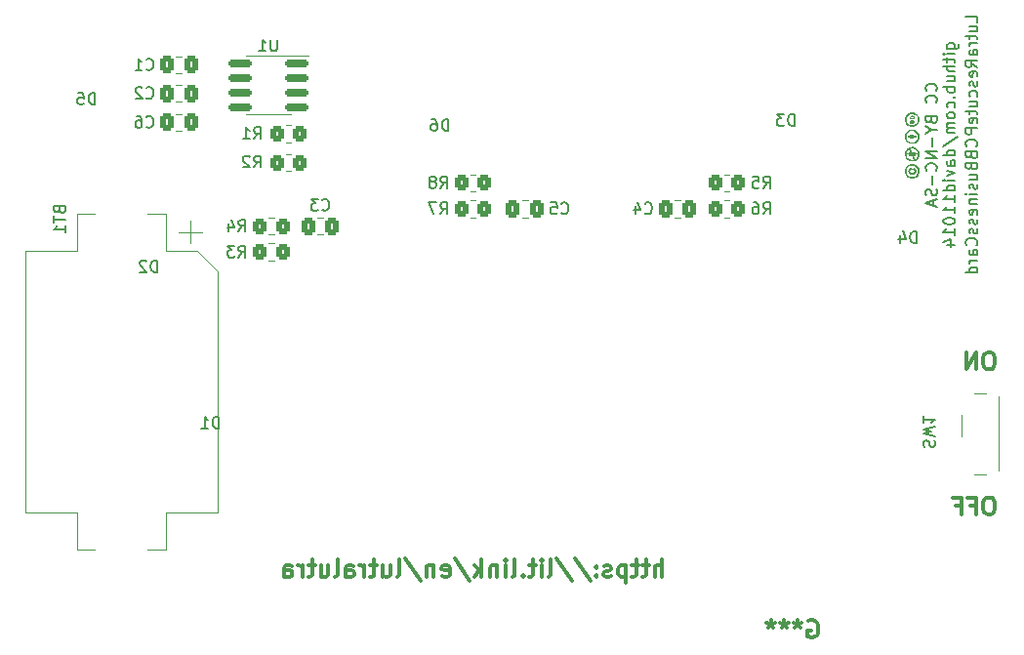
<source format=gbr>
%TF.GenerationSoftware,KiCad,Pcbnew,(6.0.8)*%
%TF.CreationDate,2022-10-23T13:20:46+08:00*%
%TF.ProjectId,LrtraPCB,4c727472-6150-4434-922e-6b696361645f,rev?*%
%TF.SameCoordinates,Original*%
%TF.FileFunction,Legend,Bot*%
%TF.FilePolarity,Positive*%
%FSLAX46Y46*%
G04 Gerber Fmt 4.6, Leading zero omitted, Abs format (unit mm)*
G04 Created by KiCad (PCBNEW (6.0.8)) date 2022-10-23 13:20:46*
%MOMM*%
%LPD*%
G01*
G04 APERTURE LIST*
G04 Aperture macros list*
%AMRoundRect*
0 Rectangle with rounded corners*
0 $1 Rounding radius*
0 $2 $3 $4 $5 $6 $7 $8 $9 X,Y pos of 4 corners*
0 Add a 4 corners polygon primitive as box body*
4,1,4,$2,$3,$4,$5,$6,$7,$8,$9,$2,$3,0*
0 Add four circle primitives for the rounded corners*
1,1,$1+$1,$2,$3*
1,1,$1+$1,$4,$5*
1,1,$1+$1,$6,$7*
1,1,$1+$1,$8,$9*
0 Add four rect primitives between the rounded corners*
20,1,$1+$1,$2,$3,$4,$5,0*
20,1,$1+$1,$4,$5,$6,$7,0*
20,1,$1+$1,$6,$7,$8,$9,0*
20,1,$1+$1,$8,$9,$2,$3,0*%
G04 Aperture macros list end*
%ADD10C,0.300000*%
%ADD11C,0.150000*%
%ADD12C,0.120000*%
%ADD13RoundRect,0.250000X-0.337500X-0.475000X0.337500X-0.475000X0.337500X0.475000X-0.337500X0.475000X0*%
%ADD14RoundRect,0.250000X-0.350000X-0.450000X0.350000X-0.450000X0.350000X0.450000X-0.350000X0.450000X0*%
%ADD15RoundRect,0.250000X0.350000X0.450000X-0.350000X0.450000X-0.350000X-0.450000X0.350000X-0.450000X0*%
%ADD16RoundRect,0.250000X0.337500X0.475000X-0.337500X0.475000X-0.337500X-0.475000X0.337500X-0.475000X0*%
%ADD17R,1.250000X0.900000*%
%ADD18R,0.930000X0.850000*%
%ADD19RoundRect,0.150000X0.825000X0.150000X-0.825000X0.150000X-0.825000X-0.150000X0.825000X-0.150000X0*%
%ADD20R,3.600000X2.600000*%
G04 APERTURE END LIST*
D10*
X187908571Y-127528571D02*
X187622857Y-127528571D01*
X187480000Y-127600000D01*
X187337142Y-127742857D01*
X187265714Y-128028571D01*
X187265714Y-128528571D01*
X187337142Y-128814285D01*
X187480000Y-128957142D01*
X187622857Y-129028571D01*
X187908571Y-129028571D01*
X188051428Y-128957142D01*
X188194285Y-128814285D01*
X188265714Y-128528571D01*
X188265714Y-128028571D01*
X188194285Y-127742857D01*
X188051428Y-127600000D01*
X187908571Y-127528571D01*
X186122857Y-128242857D02*
X186622857Y-128242857D01*
X186622857Y-129028571D02*
X186622857Y-127528571D01*
X185908571Y-127528571D01*
X184837142Y-128242857D02*
X185337142Y-128242857D01*
X185337142Y-129028571D02*
X185337142Y-127528571D01*
X184622857Y-127528571D01*
X187908571Y-114928571D02*
X187622857Y-114928571D01*
X187480000Y-115000000D01*
X187337142Y-115142857D01*
X187265714Y-115428571D01*
X187265714Y-115928571D01*
X187337142Y-116214285D01*
X187480000Y-116357142D01*
X187622857Y-116428571D01*
X187908571Y-116428571D01*
X188051428Y-116357142D01*
X188194285Y-116214285D01*
X188265714Y-115928571D01*
X188265714Y-115428571D01*
X188194285Y-115142857D01*
X188051428Y-115000000D01*
X187908571Y-114928571D01*
X186622857Y-116428571D02*
X186622857Y-114928571D01*
X185765714Y-116428571D01*
X185765714Y-114928571D01*
D11*
%TO.C,D6*%
X140863095Y-95732380D02*
X140863095Y-94732380D01*
X140625000Y-94732380D01*
X140482142Y-94780000D01*
X140386904Y-94875238D01*
X140339285Y-94970476D01*
X140291666Y-95160952D01*
X140291666Y-95303809D01*
X140339285Y-95494285D01*
X140386904Y-95589523D01*
X140482142Y-95684761D01*
X140625000Y-95732380D01*
X140863095Y-95732380D01*
X139434523Y-94732380D02*
X139625000Y-94732380D01*
X139720238Y-94780000D01*
X139767857Y-94827619D01*
X139863095Y-94970476D01*
X139910714Y-95160952D01*
X139910714Y-95541904D01*
X139863095Y-95637142D01*
X139815476Y-95684761D01*
X139720238Y-95732380D01*
X139529761Y-95732380D01*
X139434523Y-95684761D01*
X139386904Y-95637142D01*
X139339285Y-95541904D01*
X139339285Y-95303809D01*
X139386904Y-95208571D01*
X139434523Y-95160952D01*
X139529761Y-95113333D01*
X139720238Y-95113333D01*
X139815476Y-95160952D01*
X139863095Y-95208571D01*
X139910714Y-95303809D01*
%TO.C,D5*%
X110213095Y-93452380D02*
X110213095Y-92452380D01*
X109975000Y-92452380D01*
X109832142Y-92500000D01*
X109736904Y-92595238D01*
X109689285Y-92690476D01*
X109641666Y-92880952D01*
X109641666Y-93023809D01*
X109689285Y-93214285D01*
X109736904Y-93309523D01*
X109832142Y-93404761D01*
X109975000Y-93452380D01*
X110213095Y-93452380D01*
X108736904Y-92452380D02*
X109213095Y-92452380D01*
X109260714Y-92928571D01*
X109213095Y-92880952D01*
X109117857Y-92833333D01*
X108879761Y-92833333D01*
X108784523Y-92880952D01*
X108736904Y-92928571D01*
X108689285Y-93023809D01*
X108689285Y-93261904D01*
X108736904Y-93357142D01*
X108784523Y-93404761D01*
X108879761Y-93452380D01*
X109117857Y-93452380D01*
X109213095Y-93404761D01*
X109260714Y-93357142D01*
%TO.C,D1*%
X120963095Y-121527380D02*
X120963095Y-120527380D01*
X120725000Y-120527380D01*
X120582142Y-120575000D01*
X120486904Y-120670238D01*
X120439285Y-120765476D01*
X120391666Y-120955952D01*
X120391666Y-121098809D01*
X120439285Y-121289285D01*
X120486904Y-121384523D01*
X120582142Y-121479761D01*
X120725000Y-121527380D01*
X120963095Y-121527380D01*
X119439285Y-121527380D02*
X120010714Y-121527380D01*
X119725000Y-121527380D02*
X119725000Y-120527380D01*
X119820238Y-120670238D01*
X119915476Y-120765476D01*
X120010714Y-120813095D01*
%TO.C,D3*%
X170888095Y-95282380D02*
X170888095Y-94282380D01*
X170650000Y-94282380D01*
X170507142Y-94330000D01*
X170411904Y-94425238D01*
X170364285Y-94520476D01*
X170316666Y-94710952D01*
X170316666Y-94853809D01*
X170364285Y-95044285D01*
X170411904Y-95139523D01*
X170507142Y-95234761D01*
X170650000Y-95282380D01*
X170888095Y-95282380D01*
X169983333Y-94282380D02*
X169364285Y-94282380D01*
X169697619Y-94663333D01*
X169554761Y-94663333D01*
X169459523Y-94710952D01*
X169411904Y-94758571D01*
X169364285Y-94853809D01*
X169364285Y-95091904D01*
X169411904Y-95187142D01*
X169459523Y-95234761D01*
X169554761Y-95282380D01*
X169840476Y-95282380D01*
X169935714Y-95234761D01*
X169983333Y-95187142D01*
%TO.C,D2*%
X115613095Y-107982380D02*
X115613095Y-106982380D01*
X115375000Y-106982380D01*
X115232142Y-107030000D01*
X115136904Y-107125238D01*
X115089285Y-107220476D01*
X115041666Y-107410952D01*
X115041666Y-107553809D01*
X115089285Y-107744285D01*
X115136904Y-107839523D01*
X115232142Y-107934761D01*
X115375000Y-107982380D01*
X115613095Y-107982380D01*
X114660714Y-107077619D02*
X114613095Y-107030000D01*
X114517857Y-106982380D01*
X114279761Y-106982380D01*
X114184523Y-107030000D01*
X114136904Y-107077619D01*
X114089285Y-107172857D01*
X114089285Y-107268095D01*
X114136904Y-107410952D01*
X114708333Y-107982380D01*
X114089285Y-107982380D01*
%TO.C,D4*%
X181463095Y-105452380D02*
X181463095Y-104452380D01*
X181225000Y-104452380D01*
X181082142Y-104500000D01*
X180986904Y-104595238D01*
X180939285Y-104690476D01*
X180891666Y-104880952D01*
X180891666Y-105023809D01*
X180939285Y-105214285D01*
X180986904Y-105309523D01*
X181082142Y-105404761D01*
X181225000Y-105452380D01*
X181463095Y-105452380D01*
X180034523Y-104785714D02*
X180034523Y-105452380D01*
X180272619Y-104404761D02*
X180510714Y-105119047D01*
X179891666Y-105119047D01*
%TO.C,C4*%
X157916666Y-102857142D02*
X157964285Y-102904761D01*
X158107142Y-102952380D01*
X158202380Y-102952380D01*
X158345238Y-102904761D01*
X158440476Y-102809523D01*
X158488095Y-102714285D01*
X158535714Y-102523809D01*
X158535714Y-102380952D01*
X158488095Y-102190476D01*
X158440476Y-102095238D01*
X158345238Y-102000000D01*
X158202380Y-101952380D01*
X158107142Y-101952380D01*
X157964285Y-102000000D01*
X157916666Y-102047619D01*
X157059523Y-102285714D02*
X157059523Y-102952380D01*
X157297619Y-101904761D02*
X157535714Y-102619047D01*
X156916666Y-102619047D01*
%TO.C,R2*%
X123991666Y-98902380D02*
X124325000Y-98426190D01*
X124563095Y-98902380D02*
X124563095Y-97902380D01*
X124182142Y-97902380D01*
X124086904Y-97950000D01*
X124039285Y-97997619D01*
X123991666Y-98092857D01*
X123991666Y-98235714D01*
X124039285Y-98330952D01*
X124086904Y-98378571D01*
X124182142Y-98426190D01*
X124563095Y-98426190D01*
X123610714Y-97997619D02*
X123563095Y-97950000D01*
X123467857Y-97902380D01*
X123229761Y-97902380D01*
X123134523Y-97950000D01*
X123086904Y-97997619D01*
X123039285Y-98092857D01*
X123039285Y-98188095D01*
X123086904Y-98330952D01*
X123658333Y-98902380D01*
X123039285Y-98902380D01*
D10*
%TO.C,https://lit.link/en/lutralutra*%
X159401142Y-134439428D02*
X159401142Y-132915428D01*
X158748000Y-134439428D02*
X158748000Y-133641142D01*
X158820571Y-133496000D01*
X158965714Y-133423428D01*
X159183428Y-133423428D01*
X159328571Y-133496000D01*
X159401142Y-133568571D01*
X158240000Y-133423428D02*
X157659428Y-133423428D01*
X158022285Y-132915428D02*
X158022285Y-134221714D01*
X157949714Y-134366857D01*
X157804571Y-134439428D01*
X157659428Y-134439428D01*
X157369142Y-133423428D02*
X156788571Y-133423428D01*
X157151428Y-132915428D02*
X157151428Y-134221714D01*
X157078857Y-134366857D01*
X156933714Y-134439428D01*
X156788571Y-134439428D01*
X156280571Y-133423428D02*
X156280571Y-134947428D01*
X156280571Y-133496000D02*
X156135428Y-133423428D01*
X155845142Y-133423428D01*
X155700000Y-133496000D01*
X155627428Y-133568571D01*
X155554857Y-133713714D01*
X155554857Y-134149142D01*
X155627428Y-134294285D01*
X155700000Y-134366857D01*
X155845142Y-134439428D01*
X156135428Y-134439428D01*
X156280571Y-134366857D01*
X154974285Y-134366857D02*
X154829142Y-134439428D01*
X154538857Y-134439428D01*
X154393714Y-134366857D01*
X154321142Y-134221714D01*
X154321142Y-134149142D01*
X154393714Y-134004000D01*
X154538857Y-133931428D01*
X154756571Y-133931428D01*
X154901714Y-133858857D01*
X154974285Y-133713714D01*
X154974285Y-133641142D01*
X154901714Y-133496000D01*
X154756571Y-133423428D01*
X154538857Y-133423428D01*
X154393714Y-133496000D01*
X153668000Y-134294285D02*
X153595428Y-134366857D01*
X153668000Y-134439428D01*
X153740571Y-134366857D01*
X153668000Y-134294285D01*
X153668000Y-134439428D01*
X153668000Y-133496000D02*
X153595428Y-133568571D01*
X153668000Y-133641142D01*
X153740571Y-133568571D01*
X153668000Y-133496000D01*
X153668000Y-133641142D01*
X151853714Y-132842857D02*
X153160000Y-134802285D01*
X150257142Y-132842857D02*
X151563428Y-134802285D01*
X149531428Y-134439428D02*
X149676571Y-134366857D01*
X149749142Y-134221714D01*
X149749142Y-132915428D01*
X148950857Y-134439428D02*
X148950857Y-133423428D01*
X148950857Y-132915428D02*
X149023428Y-132988000D01*
X148950857Y-133060571D01*
X148878285Y-132988000D01*
X148950857Y-132915428D01*
X148950857Y-133060571D01*
X148442857Y-133423428D02*
X147862285Y-133423428D01*
X148225142Y-132915428D02*
X148225142Y-134221714D01*
X148152571Y-134366857D01*
X148007428Y-134439428D01*
X147862285Y-134439428D01*
X147354285Y-134294285D02*
X147281714Y-134366857D01*
X147354285Y-134439428D01*
X147426857Y-134366857D01*
X147354285Y-134294285D01*
X147354285Y-134439428D01*
X146410857Y-134439428D02*
X146556000Y-134366857D01*
X146628571Y-134221714D01*
X146628571Y-132915428D01*
X145830285Y-134439428D02*
X145830285Y-133423428D01*
X145830285Y-132915428D02*
X145902857Y-132988000D01*
X145830285Y-133060571D01*
X145757714Y-132988000D01*
X145830285Y-132915428D01*
X145830285Y-133060571D01*
X145104571Y-133423428D02*
X145104571Y-134439428D01*
X145104571Y-133568571D02*
X145032000Y-133496000D01*
X144886857Y-133423428D01*
X144669142Y-133423428D01*
X144524000Y-133496000D01*
X144451428Y-133641142D01*
X144451428Y-134439428D01*
X143725714Y-134439428D02*
X143725714Y-132915428D01*
X143580571Y-133858857D02*
X143145142Y-134439428D01*
X143145142Y-133423428D02*
X143725714Y-134004000D01*
X141403428Y-132842857D02*
X142709714Y-134802285D01*
X140314857Y-134366857D02*
X140460000Y-134439428D01*
X140750285Y-134439428D01*
X140895428Y-134366857D01*
X140968000Y-134221714D01*
X140968000Y-133641142D01*
X140895428Y-133496000D01*
X140750285Y-133423428D01*
X140460000Y-133423428D01*
X140314857Y-133496000D01*
X140242285Y-133641142D01*
X140242285Y-133786285D01*
X140968000Y-133931428D01*
X139589142Y-133423428D02*
X139589142Y-134439428D01*
X139589142Y-133568571D02*
X139516571Y-133496000D01*
X139371428Y-133423428D01*
X139153714Y-133423428D01*
X139008571Y-133496000D01*
X138936000Y-133641142D01*
X138936000Y-134439428D01*
X137121714Y-132842857D02*
X138428000Y-134802285D01*
X136396000Y-134439428D02*
X136541142Y-134366857D01*
X136613714Y-134221714D01*
X136613714Y-132915428D01*
X135162285Y-133423428D02*
X135162285Y-134439428D01*
X135815428Y-133423428D02*
X135815428Y-134221714D01*
X135742857Y-134366857D01*
X135597714Y-134439428D01*
X135380000Y-134439428D01*
X135234857Y-134366857D01*
X135162285Y-134294285D01*
X134654285Y-133423428D02*
X134073714Y-133423428D01*
X134436571Y-132915428D02*
X134436571Y-134221714D01*
X134364000Y-134366857D01*
X134218857Y-134439428D01*
X134073714Y-134439428D01*
X133565714Y-134439428D02*
X133565714Y-133423428D01*
X133565714Y-133713714D02*
X133493142Y-133568571D01*
X133420571Y-133496000D01*
X133275428Y-133423428D01*
X133130285Y-133423428D01*
X131969142Y-134439428D02*
X131969142Y-133641142D01*
X132041714Y-133496000D01*
X132186857Y-133423428D01*
X132477142Y-133423428D01*
X132622285Y-133496000D01*
X131969142Y-134366857D02*
X132114285Y-134439428D01*
X132477142Y-134439428D01*
X132622285Y-134366857D01*
X132694857Y-134221714D01*
X132694857Y-134076571D01*
X132622285Y-133931428D01*
X132477142Y-133858857D01*
X132114285Y-133858857D01*
X131969142Y-133786285D01*
X131025714Y-134439428D02*
X131170857Y-134366857D01*
X131243428Y-134221714D01*
X131243428Y-132915428D01*
X129792000Y-133423428D02*
X129792000Y-134439428D01*
X130445142Y-133423428D02*
X130445142Y-134221714D01*
X130372571Y-134366857D01*
X130227428Y-134439428D01*
X130009714Y-134439428D01*
X129864571Y-134366857D01*
X129792000Y-134294285D01*
X129284000Y-133423428D02*
X128703428Y-133423428D01*
X129066285Y-132915428D02*
X129066285Y-134221714D01*
X128993714Y-134366857D01*
X128848571Y-134439428D01*
X128703428Y-134439428D01*
X128195428Y-134439428D02*
X128195428Y-133423428D01*
X128195428Y-133713714D02*
X128122857Y-133568571D01*
X128050285Y-133496000D01*
X127905142Y-133423428D01*
X127760000Y-133423428D01*
X126598857Y-134439428D02*
X126598857Y-133641142D01*
X126671428Y-133496000D01*
X126816571Y-133423428D01*
X127106857Y-133423428D01*
X127252000Y-133496000D01*
X126598857Y-134366857D02*
X126744000Y-134439428D01*
X127106857Y-134439428D01*
X127252000Y-134366857D01*
X127324571Y-134221714D01*
X127324571Y-134076571D01*
X127252000Y-133931428D01*
X127106857Y-133858857D01*
X126744000Y-133858857D01*
X126598857Y-133786285D01*
D11*
%TO.C,C1*%
X114666666Y-90375517D02*
X114714285Y-90423136D01*
X114857142Y-90470755D01*
X114952380Y-90470755D01*
X115095238Y-90423136D01*
X115190476Y-90327898D01*
X115238095Y-90232660D01*
X115285714Y-90042184D01*
X115285714Y-89899327D01*
X115238095Y-89708851D01*
X115190476Y-89613613D01*
X115095238Y-89518375D01*
X114952380Y-89470755D01*
X114857142Y-89470755D01*
X114714285Y-89518375D01*
X114666666Y-89565994D01*
X113714285Y-90470755D02*
X114285714Y-90470755D01*
X114000000Y-90470755D02*
X114000000Y-89470755D01*
X114095238Y-89613613D01*
X114190476Y-89708851D01*
X114285714Y-89756470D01*
%TO.C,R5*%
X168166666Y-100702380D02*
X168500000Y-100226190D01*
X168738095Y-100702380D02*
X168738095Y-99702380D01*
X168357142Y-99702380D01*
X168261904Y-99750000D01*
X168214285Y-99797619D01*
X168166666Y-99892857D01*
X168166666Y-100035714D01*
X168214285Y-100130952D01*
X168261904Y-100178571D01*
X168357142Y-100226190D01*
X168738095Y-100226190D01*
X167261904Y-99702380D02*
X167738095Y-99702380D01*
X167785714Y-100178571D01*
X167738095Y-100130952D01*
X167642857Y-100083333D01*
X167404761Y-100083333D01*
X167309523Y-100130952D01*
X167261904Y-100178571D01*
X167214285Y-100273809D01*
X167214285Y-100511904D01*
X167261904Y-100607142D01*
X167309523Y-100654761D01*
X167404761Y-100702380D01*
X167642857Y-100702380D01*
X167738095Y-100654761D01*
X167785714Y-100607142D01*
%TO.C,C3*%
X129916666Y-102557142D02*
X129964285Y-102604761D01*
X130107142Y-102652380D01*
X130202380Y-102652380D01*
X130345238Y-102604761D01*
X130440476Y-102509523D01*
X130488095Y-102414285D01*
X130535714Y-102223809D01*
X130535714Y-102080952D01*
X130488095Y-101890476D01*
X130440476Y-101795238D01*
X130345238Y-101700000D01*
X130202380Y-101652380D01*
X130107142Y-101652380D01*
X129964285Y-101700000D01*
X129916666Y-101747619D01*
X129583333Y-101652380D02*
X128964285Y-101652380D01*
X129297619Y-102033333D01*
X129154761Y-102033333D01*
X129059523Y-102080952D01*
X129011904Y-102128571D01*
X128964285Y-102223809D01*
X128964285Y-102461904D01*
X129011904Y-102557142D01*
X129059523Y-102604761D01*
X129154761Y-102652380D01*
X129440476Y-102652380D01*
X129535714Y-102604761D01*
X129583333Y-102557142D01*
%TO.C,LutraRescutePCBBusinessCard*%
X186736470Y-86315712D02*
X186736470Y-85839521D01*
X185736470Y-85839521D01*
X186069804Y-87077617D02*
X186736470Y-87077617D01*
X186069804Y-86649045D02*
X186593613Y-86649045D01*
X186688851Y-86696664D01*
X186736470Y-86791902D01*
X186736470Y-86934760D01*
X186688851Y-87029998D01*
X186641232Y-87077617D01*
X186069804Y-87410950D02*
X186069804Y-87791902D01*
X185736470Y-87553807D02*
X186593613Y-87553807D01*
X186688851Y-87601426D01*
X186736470Y-87696664D01*
X186736470Y-87791902D01*
X186736470Y-88125236D02*
X186069804Y-88125236D01*
X186260280Y-88125236D02*
X186165042Y-88172855D01*
X186117423Y-88220474D01*
X186069804Y-88315712D01*
X186069804Y-88410950D01*
X186736470Y-89172855D02*
X186212661Y-89172855D01*
X186117423Y-89125236D01*
X186069804Y-89029998D01*
X186069804Y-88839521D01*
X186117423Y-88744283D01*
X186688851Y-89172855D02*
X186736470Y-89077617D01*
X186736470Y-88839521D01*
X186688851Y-88744283D01*
X186593613Y-88696664D01*
X186498375Y-88696664D01*
X186403137Y-88744283D01*
X186355518Y-88839521D01*
X186355518Y-89077617D01*
X186307899Y-89172855D01*
X186736470Y-90220474D02*
X186260280Y-89887140D01*
X186736470Y-89649045D02*
X185736470Y-89649045D01*
X185736470Y-90029998D01*
X185784090Y-90125236D01*
X185831709Y-90172855D01*
X185926947Y-90220474D01*
X186069804Y-90220474D01*
X186165042Y-90172855D01*
X186212661Y-90125236D01*
X186260280Y-90029998D01*
X186260280Y-89649045D01*
X186688851Y-91029998D02*
X186736470Y-90934760D01*
X186736470Y-90744283D01*
X186688851Y-90649045D01*
X186593613Y-90601426D01*
X186212661Y-90601426D01*
X186117423Y-90649045D01*
X186069804Y-90744283D01*
X186069804Y-90934760D01*
X186117423Y-91029998D01*
X186212661Y-91077617D01*
X186307899Y-91077617D01*
X186403137Y-90601426D01*
X186688851Y-91458569D02*
X186736470Y-91553807D01*
X186736470Y-91744283D01*
X186688851Y-91839521D01*
X186593613Y-91887140D01*
X186545994Y-91887140D01*
X186450756Y-91839521D01*
X186403137Y-91744283D01*
X186403137Y-91601426D01*
X186355518Y-91506188D01*
X186260280Y-91458569D01*
X186212661Y-91458569D01*
X186117423Y-91506188D01*
X186069804Y-91601426D01*
X186069804Y-91744283D01*
X186117423Y-91839521D01*
X186688851Y-92744283D02*
X186736470Y-92649045D01*
X186736470Y-92458569D01*
X186688851Y-92363331D01*
X186641232Y-92315712D01*
X186545994Y-92268093D01*
X186260280Y-92268093D01*
X186165042Y-92315712D01*
X186117423Y-92363331D01*
X186069804Y-92458569D01*
X186069804Y-92649045D01*
X186117423Y-92744283D01*
X186069804Y-93601426D02*
X186736470Y-93601426D01*
X186069804Y-93172855D02*
X186593613Y-93172855D01*
X186688851Y-93220474D01*
X186736470Y-93315712D01*
X186736470Y-93458569D01*
X186688851Y-93553807D01*
X186641232Y-93601426D01*
X186069804Y-93934760D02*
X186069804Y-94315712D01*
X185736470Y-94077617D02*
X186593613Y-94077617D01*
X186688851Y-94125236D01*
X186736470Y-94220474D01*
X186736470Y-94315712D01*
X186688851Y-95029998D02*
X186736470Y-94934760D01*
X186736470Y-94744283D01*
X186688851Y-94649045D01*
X186593613Y-94601426D01*
X186212661Y-94601426D01*
X186117423Y-94649045D01*
X186069804Y-94744283D01*
X186069804Y-94934760D01*
X186117423Y-95029998D01*
X186212661Y-95077617D01*
X186307899Y-95077617D01*
X186403137Y-94601426D01*
X186736470Y-95506188D02*
X185736470Y-95506188D01*
X185736470Y-95887140D01*
X185784090Y-95982379D01*
X185831709Y-96029998D01*
X185926947Y-96077617D01*
X186069804Y-96077617D01*
X186165042Y-96029998D01*
X186212661Y-95982379D01*
X186260280Y-95887140D01*
X186260280Y-95506188D01*
X186641232Y-97077617D02*
X186688851Y-97029998D01*
X186736470Y-96887140D01*
X186736470Y-96791902D01*
X186688851Y-96649045D01*
X186593613Y-96553807D01*
X186498375Y-96506188D01*
X186307899Y-96458569D01*
X186165042Y-96458569D01*
X185974566Y-96506188D01*
X185879328Y-96553807D01*
X185784090Y-96649045D01*
X185736470Y-96791902D01*
X185736470Y-96887140D01*
X185784090Y-97029998D01*
X185831709Y-97077617D01*
X186212661Y-97839521D02*
X186260280Y-97982379D01*
X186307899Y-98029998D01*
X186403137Y-98077617D01*
X186545994Y-98077617D01*
X186641232Y-98029998D01*
X186688851Y-97982379D01*
X186736470Y-97887140D01*
X186736470Y-97506188D01*
X185736470Y-97506188D01*
X185736470Y-97839521D01*
X185784090Y-97934760D01*
X185831709Y-97982379D01*
X185926947Y-98029998D01*
X186022185Y-98029998D01*
X186117423Y-97982379D01*
X186165042Y-97934760D01*
X186212661Y-97839521D01*
X186212661Y-97506188D01*
X186212661Y-98839521D02*
X186260280Y-98982379D01*
X186307899Y-99029998D01*
X186403137Y-99077617D01*
X186545994Y-99077617D01*
X186641232Y-99029998D01*
X186688851Y-98982379D01*
X186736470Y-98887140D01*
X186736470Y-98506188D01*
X185736470Y-98506188D01*
X185736470Y-98839521D01*
X185784090Y-98934760D01*
X185831709Y-98982379D01*
X185926947Y-99029998D01*
X186022185Y-99029998D01*
X186117423Y-98982379D01*
X186165042Y-98934760D01*
X186212661Y-98839521D01*
X186212661Y-98506188D01*
X186069804Y-99934760D02*
X186736470Y-99934760D01*
X186069804Y-99506188D02*
X186593613Y-99506188D01*
X186688851Y-99553807D01*
X186736470Y-99649045D01*
X186736470Y-99791902D01*
X186688851Y-99887140D01*
X186641232Y-99934760D01*
X186688851Y-100363331D02*
X186736470Y-100458569D01*
X186736470Y-100649045D01*
X186688851Y-100744283D01*
X186593613Y-100791902D01*
X186545994Y-100791902D01*
X186450756Y-100744283D01*
X186403137Y-100649045D01*
X186403137Y-100506188D01*
X186355518Y-100410950D01*
X186260280Y-100363331D01*
X186212661Y-100363331D01*
X186117423Y-100410950D01*
X186069804Y-100506188D01*
X186069804Y-100649045D01*
X186117423Y-100744283D01*
X186736470Y-101220474D02*
X186069804Y-101220474D01*
X185736470Y-101220474D02*
X185784090Y-101172855D01*
X185831709Y-101220474D01*
X185784090Y-101268093D01*
X185736470Y-101220474D01*
X185831709Y-101220474D01*
X186069804Y-101696664D02*
X186736470Y-101696664D01*
X186165042Y-101696664D02*
X186117423Y-101744283D01*
X186069804Y-101839521D01*
X186069804Y-101982379D01*
X186117423Y-102077617D01*
X186212661Y-102125236D01*
X186736470Y-102125236D01*
X186688851Y-102982379D02*
X186736470Y-102887140D01*
X186736470Y-102696664D01*
X186688851Y-102601426D01*
X186593613Y-102553807D01*
X186212661Y-102553807D01*
X186117423Y-102601426D01*
X186069804Y-102696664D01*
X186069804Y-102887140D01*
X186117423Y-102982379D01*
X186212661Y-103029998D01*
X186307899Y-103029998D01*
X186403137Y-102553807D01*
X186688851Y-103410950D02*
X186736470Y-103506188D01*
X186736470Y-103696664D01*
X186688851Y-103791902D01*
X186593613Y-103839521D01*
X186545994Y-103839521D01*
X186450756Y-103791902D01*
X186403137Y-103696664D01*
X186403137Y-103553807D01*
X186355518Y-103458569D01*
X186260280Y-103410950D01*
X186212661Y-103410950D01*
X186117423Y-103458569D01*
X186069804Y-103553807D01*
X186069804Y-103696664D01*
X186117423Y-103791902D01*
X186688851Y-104220474D02*
X186736470Y-104315712D01*
X186736470Y-104506188D01*
X186688851Y-104601426D01*
X186593613Y-104649045D01*
X186545994Y-104649045D01*
X186450756Y-104601426D01*
X186403137Y-104506188D01*
X186403137Y-104363331D01*
X186355518Y-104268093D01*
X186260280Y-104220474D01*
X186212661Y-104220474D01*
X186117423Y-104268093D01*
X186069804Y-104363331D01*
X186069804Y-104506188D01*
X186117423Y-104601426D01*
X186641232Y-105649045D02*
X186688851Y-105601426D01*
X186736470Y-105458569D01*
X186736470Y-105363331D01*
X186688851Y-105220474D01*
X186593613Y-105125236D01*
X186498375Y-105077617D01*
X186307899Y-105029998D01*
X186165042Y-105029998D01*
X185974566Y-105077617D01*
X185879328Y-105125236D01*
X185784090Y-105220474D01*
X185736470Y-105363331D01*
X185736470Y-105458569D01*
X185784090Y-105601426D01*
X185831709Y-105649045D01*
X186736470Y-106506188D02*
X186212661Y-106506188D01*
X186117423Y-106458569D01*
X186069804Y-106363331D01*
X186069804Y-106172855D01*
X186117423Y-106077617D01*
X186688851Y-106506188D02*
X186736470Y-106410950D01*
X186736470Y-106172855D01*
X186688851Y-106077617D01*
X186593613Y-106029998D01*
X186498375Y-106029998D01*
X186403137Y-106077617D01*
X186355518Y-106172855D01*
X186355518Y-106410950D01*
X186307899Y-106506188D01*
X186736470Y-106982379D02*
X186069804Y-106982379D01*
X186260280Y-106982379D02*
X186165042Y-107029998D01*
X186117423Y-107077617D01*
X186069804Y-107172855D01*
X186069804Y-107268093D01*
X186736470Y-108029998D02*
X185736470Y-108029998D01*
X186688851Y-108029998D02*
X186736470Y-107934760D01*
X186736470Y-107744283D01*
X186688851Y-107649045D01*
X186641232Y-107601426D01*
X186545994Y-107553807D01*
X186260280Y-107553807D01*
X186165042Y-107601426D01*
X186117423Y-107649045D01*
X186069804Y-107744283D01*
X186069804Y-107934760D01*
X186117423Y-108029998D01*
X183141232Y-92268093D02*
X183188851Y-92220474D01*
X183236470Y-92077617D01*
X183236470Y-91982379D01*
X183188851Y-91839521D01*
X183093613Y-91744283D01*
X182998375Y-91696664D01*
X182807899Y-91649045D01*
X182665042Y-91649045D01*
X182474566Y-91696664D01*
X182379328Y-91744283D01*
X182284090Y-91839521D01*
X182236470Y-91982379D01*
X182236470Y-92077617D01*
X182284090Y-92220474D01*
X182331709Y-92268093D01*
X183141232Y-93268093D02*
X183188851Y-93220474D01*
X183236470Y-93077617D01*
X183236470Y-92982379D01*
X183188851Y-92839521D01*
X183093613Y-92744283D01*
X182998375Y-92696664D01*
X182807899Y-92649045D01*
X182665042Y-92649045D01*
X182474566Y-92696664D01*
X182379328Y-92744283D01*
X182284090Y-92839521D01*
X182236470Y-92982379D01*
X182236470Y-93077617D01*
X182284090Y-93220474D01*
X182331709Y-93268093D01*
X182712661Y-94791902D02*
X182760280Y-94934760D01*
X182807899Y-94982379D01*
X182903137Y-95029998D01*
X183045994Y-95029998D01*
X183141232Y-94982379D01*
X183188851Y-94934760D01*
X183236470Y-94839521D01*
X183236470Y-94458569D01*
X182236470Y-94458569D01*
X182236470Y-94791902D01*
X182284090Y-94887140D01*
X182331709Y-94934760D01*
X182426947Y-94982379D01*
X182522185Y-94982379D01*
X182617423Y-94934760D01*
X182665042Y-94887140D01*
X182712661Y-94791902D01*
X182712661Y-94458569D01*
X182760280Y-95649045D02*
X183236470Y-95649045D01*
X182236470Y-95315712D02*
X182760280Y-95649045D01*
X182236470Y-95982379D01*
X182855518Y-96315712D02*
X182855518Y-97077617D01*
X183236470Y-97553807D02*
X182236470Y-97553807D01*
X183236470Y-98125236D01*
X182236470Y-98125236D01*
X183141232Y-99172855D02*
X183188851Y-99125236D01*
X183236470Y-98982379D01*
X183236470Y-98887140D01*
X183188851Y-98744283D01*
X183093613Y-98649045D01*
X182998375Y-98601426D01*
X182807899Y-98553807D01*
X182665042Y-98553807D01*
X182474566Y-98601426D01*
X182379328Y-98649045D01*
X182284090Y-98744283D01*
X182236470Y-98887140D01*
X182236470Y-98982379D01*
X182284090Y-99125236D01*
X182331709Y-99172855D01*
X182855518Y-99601426D02*
X182855518Y-100363331D01*
X183188851Y-100791902D02*
X183236470Y-100934760D01*
X183236470Y-101172855D01*
X183188851Y-101268093D01*
X183141232Y-101315712D01*
X183045994Y-101363331D01*
X182950756Y-101363331D01*
X182855518Y-101315712D01*
X182807899Y-101268093D01*
X182760280Y-101172855D01*
X182712661Y-100982379D01*
X182665042Y-100887140D01*
X182617423Y-100839521D01*
X182522185Y-100791902D01*
X182426947Y-100791902D01*
X182331709Y-100839521D01*
X182284090Y-100887140D01*
X182236470Y-100982379D01*
X182236470Y-101220474D01*
X182284090Y-101363331D01*
X182950756Y-101744283D02*
X182950756Y-102220474D01*
X183236470Y-101649045D02*
X182236470Y-101982379D01*
X183236470Y-102315712D01*
X184129804Y-88601426D02*
X184939328Y-88601426D01*
X185034566Y-88553807D01*
X185082185Y-88506188D01*
X185129804Y-88410950D01*
X185129804Y-88268093D01*
X185082185Y-88172855D01*
X184748851Y-88601426D02*
X184796470Y-88506188D01*
X184796470Y-88315712D01*
X184748851Y-88220474D01*
X184701232Y-88172855D01*
X184605994Y-88125236D01*
X184320280Y-88125236D01*
X184225042Y-88172855D01*
X184177423Y-88220474D01*
X184129804Y-88315712D01*
X184129804Y-88506188D01*
X184177423Y-88601426D01*
X184796470Y-89077617D02*
X184129804Y-89077617D01*
X183796470Y-89077617D02*
X183844090Y-89029998D01*
X183891709Y-89077617D01*
X183844090Y-89125236D01*
X183796470Y-89077617D01*
X183891709Y-89077617D01*
X184129804Y-89410950D02*
X184129804Y-89791902D01*
X183796470Y-89553807D02*
X184653613Y-89553807D01*
X184748851Y-89601426D01*
X184796470Y-89696664D01*
X184796470Y-89791902D01*
X184796470Y-90125236D02*
X183796470Y-90125236D01*
X184796470Y-90553807D02*
X184272661Y-90553807D01*
X184177423Y-90506188D01*
X184129804Y-90410950D01*
X184129804Y-90268093D01*
X184177423Y-90172855D01*
X184225042Y-90125236D01*
X184129804Y-91458569D02*
X184796470Y-91458569D01*
X184129804Y-91029998D02*
X184653613Y-91029998D01*
X184748851Y-91077617D01*
X184796470Y-91172855D01*
X184796470Y-91315712D01*
X184748851Y-91410950D01*
X184701232Y-91458569D01*
X184796470Y-91934760D02*
X183796470Y-91934760D01*
X184177423Y-91934760D02*
X184129804Y-92029998D01*
X184129804Y-92220474D01*
X184177423Y-92315712D01*
X184225042Y-92363331D01*
X184320280Y-92410950D01*
X184605994Y-92410950D01*
X184701232Y-92363331D01*
X184748851Y-92315712D01*
X184796470Y-92220474D01*
X184796470Y-92029998D01*
X184748851Y-91934760D01*
X184701232Y-92839521D02*
X184748851Y-92887140D01*
X184796470Y-92839521D01*
X184748851Y-92791902D01*
X184701232Y-92839521D01*
X184796470Y-92839521D01*
X184748851Y-93744283D02*
X184796470Y-93649045D01*
X184796470Y-93458569D01*
X184748851Y-93363331D01*
X184701232Y-93315712D01*
X184605994Y-93268093D01*
X184320280Y-93268093D01*
X184225042Y-93315712D01*
X184177423Y-93363331D01*
X184129804Y-93458569D01*
X184129804Y-93649045D01*
X184177423Y-93744283D01*
X184796470Y-94315712D02*
X184748851Y-94220474D01*
X184701232Y-94172855D01*
X184605994Y-94125236D01*
X184320280Y-94125236D01*
X184225042Y-94172855D01*
X184177423Y-94220474D01*
X184129804Y-94315712D01*
X184129804Y-94458569D01*
X184177423Y-94553807D01*
X184225042Y-94601426D01*
X184320280Y-94649045D01*
X184605994Y-94649045D01*
X184701232Y-94601426D01*
X184748851Y-94553807D01*
X184796470Y-94458569D01*
X184796470Y-94315712D01*
X184796470Y-95077617D02*
X184129804Y-95077617D01*
X184225042Y-95077617D02*
X184177423Y-95125236D01*
X184129804Y-95220474D01*
X184129804Y-95363331D01*
X184177423Y-95458569D01*
X184272661Y-95506188D01*
X184796470Y-95506188D01*
X184272661Y-95506188D02*
X184177423Y-95553807D01*
X184129804Y-95649045D01*
X184129804Y-95791902D01*
X184177423Y-95887140D01*
X184272661Y-95934760D01*
X184796470Y-95934760D01*
X183748851Y-97125236D02*
X185034566Y-96268093D01*
X184796470Y-97887140D02*
X183796470Y-97887140D01*
X184748851Y-97887140D02*
X184796470Y-97791902D01*
X184796470Y-97601426D01*
X184748851Y-97506188D01*
X184701232Y-97458569D01*
X184605994Y-97410950D01*
X184320280Y-97410950D01*
X184225042Y-97458569D01*
X184177423Y-97506188D01*
X184129804Y-97601426D01*
X184129804Y-97791902D01*
X184177423Y-97887140D01*
X184796470Y-98791902D02*
X184272661Y-98791902D01*
X184177423Y-98744283D01*
X184129804Y-98649045D01*
X184129804Y-98458569D01*
X184177423Y-98363331D01*
X184748851Y-98791902D02*
X184796470Y-98696664D01*
X184796470Y-98458569D01*
X184748851Y-98363331D01*
X184653613Y-98315712D01*
X184558375Y-98315712D01*
X184463137Y-98363331D01*
X184415518Y-98458569D01*
X184415518Y-98696664D01*
X184367899Y-98791902D01*
X184129804Y-99172855D02*
X184796470Y-99410950D01*
X184129804Y-99649045D01*
X184796470Y-100029998D02*
X184129804Y-100029998D01*
X183796470Y-100029998D02*
X183844090Y-99982379D01*
X183891709Y-100029998D01*
X183844090Y-100077617D01*
X183796470Y-100029998D01*
X183891709Y-100029998D01*
X184796470Y-100934760D02*
X183796470Y-100934760D01*
X184748851Y-100934760D02*
X184796470Y-100839521D01*
X184796470Y-100649045D01*
X184748851Y-100553807D01*
X184701232Y-100506188D01*
X184605994Y-100458569D01*
X184320280Y-100458569D01*
X184225042Y-100506188D01*
X184177423Y-100553807D01*
X184129804Y-100649045D01*
X184129804Y-100839521D01*
X184177423Y-100934760D01*
X184796470Y-101934760D02*
X184796470Y-101363331D01*
X184796470Y-101649045D02*
X183796470Y-101649045D01*
X183939328Y-101553807D01*
X184034566Y-101458569D01*
X184082185Y-101363331D01*
X184796470Y-102887140D02*
X184796470Y-102315712D01*
X184796470Y-102601426D02*
X183796470Y-102601426D01*
X183939328Y-102506188D01*
X184034566Y-102410950D01*
X184082185Y-102315712D01*
X183796470Y-103506188D02*
X183796470Y-103601426D01*
X183844090Y-103696664D01*
X183891709Y-103744283D01*
X183986947Y-103791902D01*
X184177423Y-103839521D01*
X184415518Y-103839521D01*
X184605994Y-103791902D01*
X184701232Y-103744283D01*
X184748851Y-103696664D01*
X184796470Y-103601426D01*
X184796470Y-103506188D01*
X184748851Y-103410950D01*
X184701232Y-103363331D01*
X184605994Y-103315712D01*
X184415518Y-103268093D01*
X184177423Y-103268093D01*
X183986947Y-103315712D01*
X183891709Y-103363331D01*
X183844090Y-103410950D01*
X183796470Y-103506188D01*
X184796470Y-104791902D02*
X184796470Y-104220474D01*
X184796470Y-104506188D02*
X183796470Y-104506188D01*
X183939328Y-104410950D01*
X184034566Y-104315712D01*
X184082185Y-104220474D01*
X184129804Y-105649045D02*
X184796470Y-105649045D01*
X183748851Y-105410950D02*
X184463137Y-105172855D01*
X184463137Y-105791902D01*
%TO.C,SW1*%
X182115238Y-123153333D02*
X182067619Y-123010476D01*
X182067619Y-122772380D01*
X182115238Y-122677142D01*
X182162857Y-122629523D01*
X182258095Y-122581904D01*
X182353333Y-122581904D01*
X182448571Y-122629523D01*
X182496190Y-122677142D01*
X182543809Y-122772380D01*
X182591428Y-122962857D01*
X182639047Y-123058095D01*
X182686666Y-123105714D01*
X182781904Y-123153333D01*
X182877142Y-123153333D01*
X182972380Y-123105714D01*
X183020000Y-123058095D01*
X183067619Y-122962857D01*
X183067619Y-122724761D01*
X183020000Y-122581904D01*
X183067619Y-122248571D02*
X182067619Y-122010476D01*
X182781904Y-121820000D01*
X182067619Y-121629523D01*
X183067619Y-121391428D01*
X182067619Y-120486666D02*
X182067619Y-121058095D01*
X182067619Y-120772380D02*
X183067619Y-120772380D01*
X182924761Y-120867619D01*
X182829523Y-120962857D01*
X182781904Y-121058095D01*
%TO.C,C6*%
X114666666Y-95357142D02*
X114714285Y-95404761D01*
X114857142Y-95452380D01*
X114952380Y-95452380D01*
X115095238Y-95404761D01*
X115190476Y-95309523D01*
X115238095Y-95214285D01*
X115285714Y-95023809D01*
X115285714Y-94880952D01*
X115238095Y-94690476D01*
X115190476Y-94595238D01*
X115095238Y-94500000D01*
X114952380Y-94452380D01*
X114857142Y-94452380D01*
X114714285Y-94500000D01*
X114666666Y-94547619D01*
X113809523Y-94452380D02*
X114000000Y-94452380D01*
X114095238Y-94500000D01*
X114142857Y-94547619D01*
X114238095Y-94690476D01*
X114285714Y-94880952D01*
X114285714Y-95261904D01*
X114238095Y-95357142D01*
X114190476Y-95404761D01*
X114095238Y-95452380D01*
X113904761Y-95452380D01*
X113809523Y-95404761D01*
X113761904Y-95357142D01*
X113714285Y-95261904D01*
X113714285Y-95023809D01*
X113761904Y-94928571D01*
X113809523Y-94880952D01*
X113904761Y-94833333D01*
X114095238Y-94833333D01*
X114190476Y-94880952D01*
X114238095Y-94928571D01*
X114285714Y-95023809D01*
%TO.C,U1*%
X126011904Y-87820755D02*
X126011904Y-88630279D01*
X125964285Y-88725517D01*
X125916666Y-88773136D01*
X125821428Y-88820755D01*
X125630952Y-88820755D01*
X125535714Y-88773136D01*
X125488095Y-88725517D01*
X125440476Y-88630279D01*
X125440476Y-87820755D01*
X124440476Y-88820755D02*
X125011904Y-88820755D01*
X124726190Y-88820755D02*
X124726190Y-87820755D01*
X124821428Y-87963613D01*
X124916666Y-88058851D01*
X125011904Y-88106470D01*
%TO.C,R8*%
X140166666Y-100702380D02*
X140500000Y-100226190D01*
X140738095Y-100702380D02*
X140738095Y-99702380D01*
X140357142Y-99702380D01*
X140261904Y-99750000D01*
X140214285Y-99797619D01*
X140166666Y-99892857D01*
X140166666Y-100035714D01*
X140214285Y-100130952D01*
X140261904Y-100178571D01*
X140357142Y-100226190D01*
X140738095Y-100226190D01*
X139595238Y-100130952D02*
X139690476Y-100083333D01*
X139738095Y-100035714D01*
X139785714Y-99940476D01*
X139785714Y-99892857D01*
X139738095Y-99797619D01*
X139690476Y-99750000D01*
X139595238Y-99702380D01*
X139404761Y-99702380D01*
X139309523Y-99750000D01*
X139261904Y-99797619D01*
X139214285Y-99892857D01*
X139214285Y-99940476D01*
X139261904Y-100035714D01*
X139309523Y-100083333D01*
X139404761Y-100130952D01*
X139595238Y-100130952D01*
X139690476Y-100178571D01*
X139738095Y-100226190D01*
X139785714Y-100321428D01*
X139785714Y-100511904D01*
X139738095Y-100607142D01*
X139690476Y-100654761D01*
X139595238Y-100702380D01*
X139404761Y-100702380D01*
X139309523Y-100654761D01*
X139261904Y-100607142D01*
X139214285Y-100511904D01*
X139214285Y-100321428D01*
X139261904Y-100226190D01*
X139309523Y-100178571D01*
X139404761Y-100130952D01*
D10*
%TO.C,G\u002A\u002A\u002A*%
X172092571Y-138248000D02*
X172237714Y-138175428D01*
X172455428Y-138175428D01*
X172673142Y-138248000D01*
X172818285Y-138393142D01*
X172890857Y-138538285D01*
X172963428Y-138828571D01*
X172963428Y-139046285D01*
X172890857Y-139336571D01*
X172818285Y-139481714D01*
X172673142Y-139626857D01*
X172455428Y-139699428D01*
X172310285Y-139699428D01*
X172092571Y-139626857D01*
X172020000Y-139554285D01*
X172020000Y-139046285D01*
X172310285Y-139046285D01*
X171149142Y-138175428D02*
X171149142Y-138538285D01*
X171512000Y-138393142D02*
X171149142Y-138538285D01*
X170786285Y-138393142D01*
X171366857Y-138828571D02*
X171149142Y-138538285D01*
X170931428Y-138828571D01*
X169988000Y-138175428D02*
X169988000Y-138538285D01*
X170350857Y-138393142D02*
X169988000Y-138538285D01*
X169625142Y-138393142D01*
X170205714Y-138828571D02*
X169988000Y-138538285D01*
X169770285Y-138828571D01*
X168826857Y-138175428D02*
X168826857Y-138538285D01*
X169189714Y-138393142D02*
X168826857Y-138538285D01*
X168464000Y-138393142D01*
X169044571Y-138828571D02*
X168826857Y-138538285D01*
X168609142Y-138828571D01*
D11*
%TO.C,C5*%
X150666666Y-102857142D02*
X150714285Y-102904761D01*
X150857142Y-102952380D01*
X150952380Y-102952380D01*
X151095238Y-102904761D01*
X151190476Y-102809523D01*
X151238095Y-102714285D01*
X151285714Y-102523809D01*
X151285714Y-102380952D01*
X151238095Y-102190476D01*
X151190476Y-102095238D01*
X151095238Y-102000000D01*
X150952380Y-101952380D01*
X150857142Y-101952380D01*
X150714285Y-102000000D01*
X150666666Y-102047619D01*
X149761904Y-101952380D02*
X150238095Y-101952380D01*
X150285714Y-102428571D01*
X150238095Y-102380952D01*
X150142857Y-102333333D01*
X149904761Y-102333333D01*
X149809523Y-102380952D01*
X149761904Y-102428571D01*
X149714285Y-102523809D01*
X149714285Y-102761904D01*
X149761904Y-102857142D01*
X149809523Y-102904761D01*
X149904761Y-102952380D01*
X150142857Y-102952380D01*
X150238095Y-102904761D01*
X150285714Y-102857142D01*
%TO.C,R3*%
X122666666Y-106702380D02*
X123000000Y-106226190D01*
X123238095Y-106702380D02*
X123238095Y-105702380D01*
X122857142Y-105702380D01*
X122761904Y-105750000D01*
X122714285Y-105797619D01*
X122666666Y-105892857D01*
X122666666Y-106035714D01*
X122714285Y-106130952D01*
X122761904Y-106178571D01*
X122857142Y-106226190D01*
X123238095Y-106226190D01*
X122333333Y-105702380D02*
X121714285Y-105702380D01*
X122047619Y-106083333D01*
X121904761Y-106083333D01*
X121809523Y-106130952D01*
X121761904Y-106178571D01*
X121714285Y-106273809D01*
X121714285Y-106511904D01*
X121761904Y-106607142D01*
X121809523Y-106654761D01*
X121904761Y-106702380D01*
X122190476Y-106702380D01*
X122285714Y-106654761D01*
X122333333Y-106607142D01*
%TO.C,BT1*%
X107128571Y-102589285D02*
X107176190Y-102732142D01*
X107223809Y-102779761D01*
X107319047Y-102827380D01*
X107461904Y-102827380D01*
X107557142Y-102779761D01*
X107604761Y-102732142D01*
X107652380Y-102636904D01*
X107652380Y-102255952D01*
X106652380Y-102255952D01*
X106652380Y-102589285D01*
X106700000Y-102684523D01*
X106747619Y-102732142D01*
X106842857Y-102779761D01*
X106938095Y-102779761D01*
X107033333Y-102732142D01*
X107080952Y-102684523D01*
X107128571Y-102589285D01*
X107128571Y-102255952D01*
X106652380Y-103113095D02*
X106652380Y-103684523D01*
X107652380Y-103398809D02*
X106652380Y-103398809D01*
X107652380Y-104541666D02*
X107652380Y-103970238D01*
X107652380Y-104255952D02*
X106652380Y-104255952D01*
X106795238Y-104160714D01*
X106890476Y-104065476D01*
X106938095Y-103970238D01*
%TO.C,R6*%
X168166666Y-102952380D02*
X168500000Y-102476190D01*
X168738095Y-102952380D02*
X168738095Y-101952380D01*
X168357142Y-101952380D01*
X168261904Y-102000000D01*
X168214285Y-102047619D01*
X168166666Y-102142857D01*
X168166666Y-102285714D01*
X168214285Y-102380952D01*
X168261904Y-102428571D01*
X168357142Y-102476190D01*
X168738095Y-102476190D01*
X167309523Y-101952380D02*
X167500000Y-101952380D01*
X167595238Y-102000000D01*
X167642857Y-102047619D01*
X167738095Y-102190476D01*
X167785714Y-102380952D01*
X167785714Y-102761904D01*
X167738095Y-102857142D01*
X167690476Y-102904761D01*
X167595238Y-102952380D01*
X167404761Y-102952380D01*
X167309523Y-102904761D01*
X167261904Y-102857142D01*
X167214285Y-102761904D01*
X167214285Y-102523809D01*
X167261904Y-102428571D01*
X167309523Y-102380952D01*
X167404761Y-102333333D01*
X167595238Y-102333333D01*
X167690476Y-102380952D01*
X167738095Y-102428571D01*
X167785714Y-102523809D01*
%TO.C,R7*%
X140166666Y-102952380D02*
X140500000Y-102476190D01*
X140738095Y-102952380D02*
X140738095Y-101952380D01*
X140357142Y-101952380D01*
X140261904Y-102000000D01*
X140214285Y-102047619D01*
X140166666Y-102142857D01*
X140166666Y-102285714D01*
X140214285Y-102380952D01*
X140261904Y-102428571D01*
X140357142Y-102476190D01*
X140738095Y-102476190D01*
X139833333Y-101952380D02*
X139166666Y-101952380D01*
X139595238Y-102952380D01*
%TO.C,C2*%
X114666666Y-92857142D02*
X114714285Y-92904761D01*
X114857142Y-92952380D01*
X114952380Y-92952380D01*
X115095238Y-92904761D01*
X115190476Y-92809523D01*
X115238095Y-92714285D01*
X115285714Y-92523809D01*
X115285714Y-92380952D01*
X115238095Y-92190476D01*
X115190476Y-92095238D01*
X115095238Y-92000000D01*
X114952380Y-91952380D01*
X114857142Y-91952380D01*
X114714285Y-92000000D01*
X114666666Y-92047619D01*
X114285714Y-92047619D02*
X114238095Y-92000000D01*
X114142857Y-91952380D01*
X113904761Y-91952380D01*
X113809523Y-92000000D01*
X113761904Y-92047619D01*
X113714285Y-92142857D01*
X113714285Y-92238095D01*
X113761904Y-92380952D01*
X114333333Y-92952380D01*
X113714285Y-92952380D01*
%TO.C,R4*%
X122666666Y-104452380D02*
X123000000Y-103976190D01*
X123238095Y-104452380D02*
X123238095Y-103452380D01*
X122857142Y-103452380D01*
X122761904Y-103500000D01*
X122714285Y-103547619D01*
X122666666Y-103642857D01*
X122666666Y-103785714D01*
X122714285Y-103880952D01*
X122761904Y-103928571D01*
X122857142Y-103976190D01*
X123238095Y-103976190D01*
X121809523Y-103785714D02*
X121809523Y-104452380D01*
X122047619Y-103404761D02*
X122285714Y-104119047D01*
X121666666Y-104119047D01*
%TO.C,R1*%
X123991666Y-96427380D02*
X124325000Y-95951190D01*
X124563095Y-96427380D02*
X124563095Y-95427380D01*
X124182142Y-95427380D01*
X124086904Y-95475000D01*
X124039285Y-95522619D01*
X123991666Y-95617857D01*
X123991666Y-95760714D01*
X124039285Y-95855952D01*
X124086904Y-95903571D01*
X124182142Y-95951190D01*
X124563095Y-95951190D01*
X123039285Y-96427380D02*
X123610714Y-96427380D01*
X123325000Y-96427380D02*
X123325000Y-95427380D01*
X123420238Y-95570238D01*
X123515476Y-95665476D01*
X123610714Y-95713095D01*
D12*
%TO.C,C4*%
X160488748Y-103235000D02*
X161011252Y-103235000D01*
X160488748Y-101765000D02*
X161011252Y-101765000D01*
%TO.C,R2*%
X126772936Y-99235000D02*
X127227064Y-99235000D01*
X126772936Y-97765000D02*
X127227064Y-97765000D01*
%TO.C,C1*%
X117238748Y-90753375D02*
X117761252Y-90753375D01*
X117238748Y-89283375D02*
X117761252Y-89283375D01*
%TO.C,R5*%
X165227064Y-99515000D02*
X164772936Y-99515000D01*
X165227064Y-100985000D02*
X164772936Y-100985000D01*
%TO.C,C3*%
X130011252Y-104735000D02*
X129488748Y-104735000D01*
X130011252Y-103265000D02*
X129488748Y-103265000D01*
%TO.C,LutraRescutePCBBusinessCard*%
G36*
X181155665Y-96071600D02*
G01*
X181184583Y-96076107D01*
X181196718Y-96086510D01*
X181199182Y-96104317D01*
X181200218Y-96117082D01*
X181208846Y-96129964D01*
X181232186Y-96137084D01*
X181277241Y-96140124D01*
X181351011Y-96140763D01*
X181502839Y-96140763D01*
X181502839Y-96355109D01*
X181351011Y-96355109D01*
X181297831Y-96355358D01*
X181244170Y-96357429D01*
X181214509Y-96363032D01*
X181201847Y-96373847D01*
X181199182Y-96391556D01*
X181198298Y-96404146D01*
X181190294Y-96416927D01*
X181167955Y-96423293D01*
X181124168Y-96424752D01*
X181051819Y-96422815D01*
X180904457Y-96417627D01*
X180904457Y-96078246D01*
X181051819Y-96073058D01*
X181102851Y-96071480D01*
X181155665Y-96071600D01*
G37*
G36*
X181205941Y-98611142D02*
G01*
X181300965Y-98631236D01*
X181309287Y-98634130D01*
X181430104Y-98694831D01*
X181538939Y-98783079D01*
X181628163Y-98891403D01*
X181690146Y-99012331D01*
X181705888Y-99074390D01*
X181715665Y-99172916D01*
X181714347Y-99281131D01*
X181702243Y-99385572D01*
X181679659Y-99472774D01*
X181673926Y-99487215D01*
X181615946Y-99589283D01*
X181534090Y-99684760D01*
X181437907Y-99764040D01*
X181336944Y-99817519D01*
X181245183Y-99842910D01*
X181109396Y-99857020D01*
X180971827Y-99848537D01*
X180847206Y-99817465D01*
X180846810Y-99817316D01*
X180741443Y-99761441D01*
X180643065Y-99679518D01*
X180561222Y-99581096D01*
X180505463Y-99475721D01*
X180478688Y-99376374D01*
X180465910Y-99243373D01*
X180468608Y-99200764D01*
X180593370Y-99200764D01*
X180601098Y-99324236D01*
X180637764Y-99438637D01*
X180700034Y-99539736D01*
X180784569Y-99623302D01*
X180888033Y-99685103D01*
X181007090Y-99720910D01*
X181138403Y-99726490D01*
X181203012Y-99716613D01*
X181321020Y-99673226D01*
X181424808Y-99601936D01*
X181508042Y-99507667D01*
X181564387Y-99395344D01*
X181575701Y-99354735D01*
X181588748Y-99258438D01*
X181587027Y-99160991D01*
X181570228Y-99079090D01*
X181513296Y-98966964D01*
X181430393Y-98870608D01*
X181328378Y-98796025D01*
X181213630Y-98747864D01*
X181092526Y-98730777D01*
X181088686Y-98730795D01*
X180968587Y-98748556D01*
X180854508Y-98796239D01*
X180753539Y-98868785D01*
X180672772Y-98961139D01*
X180619298Y-99068244D01*
X180617919Y-99072453D01*
X180593370Y-99200764D01*
X180468608Y-99200764D01*
X180474385Y-99109537D01*
X180504154Y-98989613D01*
X180504619Y-98988379D01*
X180554771Y-98894151D01*
X180629652Y-98800923D01*
X180719648Y-98718935D01*
X180815146Y-98658423D01*
X180874225Y-98636060D01*
X180978866Y-98614321D01*
X181092526Y-98605869D01*
X181094007Y-98605759D01*
X181205941Y-98611142D01*
G37*
G36*
X181097747Y-94765392D02*
G01*
X181156671Y-94769529D01*
X181197503Y-94784993D01*
X181236281Y-94817589D01*
X181259995Y-94844007D01*
X181282634Y-94888882D01*
X181288493Y-94949146D01*
X181280644Y-95008579D01*
X181260382Y-95060394D01*
X181232687Y-95099375D01*
X181202537Y-95120360D01*
X181174910Y-95118192D01*
X181154785Y-95087710D01*
X181154780Y-95052803D01*
X181173798Y-95006872D01*
X181191425Y-94976917D01*
X181192668Y-94953116D01*
X181171975Y-94925678D01*
X181126236Y-94896764D01*
X181069443Y-94893961D01*
X181017502Y-94919973D01*
X180993000Y-94946101D01*
X180988614Y-94973451D01*
X181013999Y-95006333D01*
X181018513Y-95011030D01*
X181033668Y-95040599D01*
X181023313Y-95079058D01*
X181009190Y-95102408D01*
X180979955Y-95119795D01*
X180949589Y-95109116D01*
X180922475Y-95074721D01*
X180902993Y-95020960D01*
X180895525Y-94952184D01*
X180897896Y-94907203D01*
X180912830Y-94860573D01*
X180947738Y-94817589D01*
X180951011Y-94814343D01*
X180989377Y-94783270D01*
X181031031Y-94768883D01*
X181092009Y-94765376D01*
X181097747Y-94765392D01*
G37*
G36*
X180827613Y-96167547D02*
G01*
X180858370Y-96189884D01*
X180875176Y-96235264D01*
X180869487Y-96286621D01*
X180837184Y-96323266D01*
X180782365Y-96337247D01*
X180730065Y-96329911D01*
X180693017Y-96300904D01*
X180681179Y-96247936D01*
X180686109Y-96213461D01*
X180702614Y-96180060D01*
X180731048Y-96164425D01*
X180779724Y-96158717D01*
X180827613Y-96167547D01*
G37*
G36*
X181026361Y-98911961D02*
G01*
X181065216Y-98945123D01*
X181085528Y-98965889D01*
X181115816Y-99002367D01*
X181127734Y-99025503D01*
X181125806Y-99033604D01*
X181107473Y-99061580D01*
X181076890Y-99094474D01*
X181042883Y-99124235D01*
X181014278Y-99142808D01*
X180999900Y-99142143D01*
X180993035Y-99131991D01*
X180969290Y-99131405D01*
X180940070Y-99152584D01*
X180914854Y-99190177D01*
X180911696Y-99197830D01*
X180906063Y-99258408D01*
X180929704Y-99314373D01*
X180977953Y-99353636D01*
X181035746Y-99370085D01*
X181112503Y-99373881D01*
X181186057Y-99362465D01*
X181241429Y-99336795D01*
X181253001Y-99326164D01*
X181279795Y-99280313D01*
X181288343Y-99227013D01*
X181279837Y-99176397D01*
X181255464Y-99138597D01*
X181216416Y-99123745D01*
X181207732Y-99123276D01*
X181190848Y-99114135D01*
X181183149Y-99086660D01*
X181181320Y-99032201D01*
X181181320Y-98940658D01*
X181234830Y-98951360D01*
X181285942Y-98966799D01*
X181362079Y-99017337D01*
X181416732Y-99096203D01*
X181439302Y-99163513D01*
X181441944Y-99252285D01*
X181436275Y-99291145D01*
X181401289Y-99393339D01*
X181341104Y-99471871D01*
X181257952Y-99524442D01*
X181154066Y-99548752D01*
X181094750Y-99551819D01*
X181001974Y-99544527D01*
X180926649Y-99517887D01*
X180859089Y-99469289D01*
X180795950Y-99393095D01*
X180759833Y-99299592D01*
X180757026Y-99197728D01*
X180788289Y-99091554D01*
X180815028Y-99043386D01*
X180852908Y-99006820D01*
X180912511Y-98975450D01*
X180947867Y-98957813D01*
X180986921Y-98931341D01*
X181002277Y-98910361D01*
X181005237Y-98904126D01*
X181026361Y-98911961D01*
G37*
G36*
X181278780Y-95642619D02*
G01*
X181375133Y-95679030D01*
X181470105Y-95738411D01*
X181556885Y-95817897D01*
X181635279Y-95920602D01*
X181690956Y-96029350D01*
X181699860Y-96060125D01*
X181710739Y-96146816D01*
X181712270Y-96265798D01*
X181710094Y-96318197D01*
X181695123Y-96432847D01*
X181663080Y-96528399D01*
X181609511Y-96615587D01*
X181529963Y-96705140D01*
X181457522Y-96768330D01*
X181352924Y-96828384D01*
X181233487Y-96862390D01*
X181092009Y-96873112D01*
X180964757Y-96864880D01*
X180846981Y-96834938D01*
X180742981Y-96779769D01*
X180644026Y-96695919D01*
X180566145Y-96605457D01*
X180508670Y-96502226D01*
X180476717Y-96385962D01*
X180466833Y-96247936D01*
X180591869Y-96247936D01*
X180608513Y-96368895D01*
X180655541Y-96483924D01*
X180728040Y-96585500D01*
X180821099Y-96666752D01*
X180929805Y-96720804D01*
X180959817Y-96729739D01*
X181086082Y-96746251D01*
X181209737Y-96731310D01*
X181325089Y-96687682D01*
X181426444Y-96618137D01*
X181508108Y-96525441D01*
X181564387Y-96412362D01*
X181575701Y-96371753D01*
X181588748Y-96275456D01*
X181587027Y-96178009D01*
X181570228Y-96096108D01*
X181513296Y-95983982D01*
X181430393Y-95887627D01*
X181328378Y-95813043D01*
X181213630Y-95764883D01*
X181092526Y-95747796D01*
X181057547Y-95749094D01*
X180934783Y-95774723D01*
X180823831Y-95829599D01*
X180729377Y-95909039D01*
X180656108Y-96008364D01*
X180608710Y-96122890D01*
X180591869Y-96247936D01*
X180466833Y-96247936D01*
X180472699Y-96140329D01*
X180500475Y-96015929D01*
X180553590Y-95908214D01*
X180634806Y-95809983D01*
X180729947Y-95726843D01*
X180825473Y-95671230D01*
X180931731Y-95639080D01*
X181059826Y-95625576D01*
X181092526Y-95625747D01*
X181170048Y-95626154D01*
X181278780Y-95642619D01*
G37*
G36*
X180931731Y-97139502D02*
G01*
X181059826Y-97125998D01*
X181084878Y-97126129D01*
X181170048Y-97126576D01*
X181278780Y-97143041D01*
X181375133Y-97179452D01*
X181470105Y-97238833D01*
X181556885Y-97318319D01*
X181635279Y-97421024D01*
X181690956Y-97529772D01*
X181699860Y-97560547D01*
X181710739Y-97647238D01*
X181712270Y-97766220D01*
X181710094Y-97818619D01*
X181695123Y-97933269D01*
X181663080Y-98028821D01*
X181609511Y-98116009D01*
X181529963Y-98205562D01*
X181457522Y-98268752D01*
X181352924Y-98328805D01*
X181233487Y-98362812D01*
X181092009Y-98373534D01*
X180964757Y-98365301D01*
X180846981Y-98335360D01*
X180742981Y-98280191D01*
X180644026Y-98196341D01*
X180566145Y-98105879D01*
X180508670Y-98002648D01*
X180476717Y-97886384D01*
X180466833Y-97748358D01*
X180600954Y-97748358D01*
X180601501Y-97788710D01*
X180609660Y-97881192D01*
X180631153Y-97954907D01*
X180670511Y-98021775D01*
X180732269Y-98093718D01*
X180762597Y-98123744D01*
X180850016Y-98188091D01*
X180949032Y-98226925D01*
X181069682Y-98244741D01*
X181114234Y-98247198D01*
X181165520Y-98247193D01*
X181191405Y-98241232D01*
X181198195Y-98228520D01*
X181197199Y-98222162D01*
X181185301Y-98185690D01*
X181162465Y-98128514D01*
X181131806Y-98057332D01*
X181096434Y-97978842D01*
X181059463Y-97899743D01*
X181024005Y-97826733D01*
X180993172Y-97766511D01*
X180970077Y-97725774D01*
X180957832Y-97711222D01*
X180951669Y-97717619D01*
X180943415Y-97750573D01*
X180940181Y-97801683D01*
X180939082Y-97835940D01*
X180927971Y-97889851D01*
X180901646Y-97928558D01*
X180863112Y-97967332D01*
X180834663Y-97912319D01*
X180833147Y-97909347D01*
X180814075Y-97863879D01*
X180806215Y-97829625D01*
X180794578Y-97809524D01*
X180752628Y-97801945D01*
X180729325Y-97800878D01*
X180704809Y-97789203D01*
X180699042Y-97757289D01*
X180700321Y-97737870D01*
X180714331Y-97717440D01*
X180752628Y-97712634D01*
X180764204Y-97712375D01*
X180797140Y-97703594D01*
X180806215Y-97678280D01*
X180806866Y-97671750D01*
X180822444Y-97632870D01*
X180852278Y-97589183D01*
X180898341Y-97534441D01*
X180851901Y-97433003D01*
X180805461Y-97331566D01*
X180750658Y-97383668D01*
X180733790Y-97401061D01*
X180688443Y-97456671D01*
X180648327Y-97516150D01*
X180643639Y-97524172D01*
X180621236Y-97568541D01*
X180608279Y-97612731D01*
X180602330Y-97668687D01*
X180600954Y-97748358D01*
X180466833Y-97748358D01*
X180472699Y-97640751D01*
X180500475Y-97516351D01*
X180553590Y-97408636D01*
X180634806Y-97310405D01*
X180672447Y-97277512D01*
X180966276Y-97277512D01*
X180967038Y-97311124D01*
X180983379Y-97364098D01*
X181014949Y-97440859D01*
X181061399Y-97545832D01*
X181105592Y-97642968D01*
X181143888Y-97721607D01*
X181173038Y-97773503D01*
X181194999Y-97802108D01*
X181211730Y-97810876D01*
X181217542Y-97810239D01*
X181240089Y-97789922D01*
X181249955Y-97749496D01*
X181246008Y-97700472D01*
X181227117Y-97654365D01*
X181220819Y-97644519D01*
X181210158Y-97618710D01*
X181219299Y-97595511D01*
X181251734Y-97561797D01*
X181304119Y-97511609D01*
X181340895Y-97571932D01*
X181345953Y-97580610D01*
X181368530Y-97630942D01*
X181377737Y-97672444D01*
X181378730Y-97686973D01*
X181392736Y-97707496D01*
X181431390Y-97712634D01*
X181454693Y-97713700D01*
X181479210Y-97725375D01*
X181484977Y-97757289D01*
X181484222Y-97772858D01*
X181471595Y-97796281D01*
X181434979Y-97801945D01*
X181410738Y-97804092D01*
X181383264Y-97821441D01*
X181362378Y-97864450D01*
X181360064Y-97870457D01*
X181332993Y-97917138D01*
X181300738Y-97947250D01*
X181274575Y-97961161D01*
X181257003Y-97971309D01*
X181260111Y-97985106D01*
X181274561Y-98023285D01*
X181297235Y-98076668D01*
X181318460Y-98122653D01*
X181338450Y-98155881D01*
X181355838Y-98166348D01*
X181376271Y-98160009D01*
X181386559Y-98153800D01*
X181435962Y-98110398D01*
X181487908Y-98048084D01*
X181533638Y-97978374D01*
X181564387Y-97912784D01*
X181586513Y-97818212D01*
X181586863Y-97695003D01*
X181557539Y-97577879D01*
X181501942Y-97471552D01*
X181423475Y-97380736D01*
X181325541Y-97310145D01*
X181211541Y-97264492D01*
X181084878Y-97248491D01*
X181060953Y-97248606D01*
X181012884Y-97250677D01*
X180981441Y-97258838D01*
X180966276Y-97277512D01*
X180672447Y-97277512D01*
X180729947Y-97227265D01*
X180805461Y-97183303D01*
X180825473Y-97171652D01*
X180931731Y-97139502D01*
G37*
G36*
X181155609Y-94414488D02*
G01*
X181226009Y-94440527D01*
X181267602Y-94486085D01*
X181278164Y-94514273D01*
X181287513Y-94587049D01*
X181278240Y-94660460D01*
X181251472Y-94718312D01*
X181240814Y-94731369D01*
X181208124Y-94760304D01*
X181183282Y-94757047D01*
X181160706Y-94721814D01*
X181157678Y-94714901D01*
X181150922Y-94678895D01*
X181170020Y-94649090D01*
X181187819Y-94628087D01*
X181199182Y-94604617D01*
X181188434Y-94575178D01*
X181153090Y-94549204D01*
X181104276Y-94536412D01*
X181053659Y-94539517D01*
X181012905Y-94561237D01*
X180994554Y-94582315D01*
X180987578Y-94611269D01*
X181011630Y-94640341D01*
X181029358Y-94659329D01*
X181034898Y-94693825D01*
X181009928Y-94738583D01*
X181003238Y-94747209D01*
X180986031Y-94762873D01*
X180968430Y-94755971D01*
X180939048Y-94724191D01*
X180909058Y-94676509D01*
X180892767Y-94601246D01*
X180905780Y-94525548D01*
X180947738Y-94460346D01*
X180976461Y-94434854D01*
X181020658Y-94413591D01*
X181080864Y-94408133D01*
X181155609Y-94414488D01*
G37*
G36*
X181283179Y-94161912D02*
G01*
X181381819Y-94201124D01*
X181480315Y-94264847D01*
X181533830Y-94313443D01*
X181602214Y-94396479D01*
X181660661Y-94489320D01*
X181699278Y-94577824D01*
X181702070Y-94589400D01*
X181708278Y-94641435D01*
X181711576Y-94712992D01*
X181711296Y-94792170D01*
X181710086Y-94827996D01*
X181705104Y-94900174D01*
X181694899Y-94955050D01*
X181676322Y-95005859D01*
X181646229Y-95065835D01*
X181591055Y-95154244D01*
X181494965Y-95258332D01*
X181380294Y-95332101D01*
X181246243Y-95376018D01*
X181092009Y-95390552D01*
X180964757Y-95382320D01*
X180846981Y-95352379D01*
X180742981Y-95297209D01*
X180644026Y-95213360D01*
X180566145Y-95122898D01*
X180508670Y-95019666D01*
X180476717Y-94903402D01*
X180467799Y-94778863D01*
X180593249Y-94778863D01*
X180612548Y-94897747D01*
X180662163Y-95011668D01*
X180742952Y-95115274D01*
X180788671Y-95157073D01*
X180892624Y-95223731D01*
X181006249Y-95257745D01*
X181135173Y-95261208D01*
X181257166Y-95237271D01*
X181369752Y-95182010D01*
X181463796Y-95096268D01*
X181539011Y-94980248D01*
X181567493Y-94902316D01*
X181584622Y-94801858D01*
X181585007Y-94701850D01*
X181567483Y-94617168D01*
X181521532Y-94521097D01*
X181442410Y-94418083D01*
X181345194Y-94340116D01*
X181234663Y-94289238D01*
X181115591Y-94267490D01*
X180992756Y-94276911D01*
X180870933Y-94319544D01*
X180801978Y-94360752D01*
X180708628Y-94445962D01*
X180642149Y-94547618D01*
X180603403Y-94660370D01*
X180593249Y-94778863D01*
X180467799Y-94778863D01*
X180466833Y-94765376D01*
X180473017Y-94654740D01*
X180500543Y-94534077D01*
X180553031Y-94428716D01*
X180633655Y-94330384D01*
X180639346Y-94324622D01*
X180733136Y-94242328D01*
X180827389Y-94187805D01*
X180932982Y-94156279D01*
X181060792Y-94142980D01*
X181115591Y-94143449D01*
X181173135Y-94143941D01*
X181283179Y-94161912D01*
G37*
%TO.C,SW1*%
X188600000Y-125200000D02*
X188600000Y-118800000D01*
X187500000Y-118500000D02*
X186500000Y-118500000D01*
X187500000Y-125500000D02*
X186500000Y-125500000D01*
X185400000Y-122200000D02*
X185400000Y-120360000D01*
%TO.C,C6*%
X117761252Y-95735000D02*
X117238748Y-95735000D01*
X117761252Y-94265000D02*
X117238748Y-94265000D01*
%TO.C,U1*%
X125250000Y-94328375D02*
X127200000Y-94328375D01*
X125250000Y-94328375D02*
X123300000Y-94328375D01*
X125250000Y-89208375D02*
X123300000Y-89208375D01*
X125250000Y-89208375D02*
X128700000Y-89208375D01*
%TO.C,R8*%
X143227064Y-100985000D02*
X142772936Y-100985000D01*
X143227064Y-99515000D02*
X142772936Y-99515000D01*
%TO.C,C5*%
X147761252Y-103235000D02*
X147238748Y-103235000D01*
X147761252Y-101765000D02*
X147238748Y-101765000D01*
%TO.C,R3*%
X125272936Y-106985000D02*
X125727064Y-106985000D01*
X125272936Y-105515000D02*
X125727064Y-105515000D01*
%TO.C,BT1*%
X116350000Y-102950000D02*
X114800000Y-102950000D01*
X108650000Y-128850000D02*
X108650000Y-132050000D01*
X116350000Y-132050000D02*
X114800000Y-132050000D01*
X118500000Y-105500000D02*
X118500000Y-103500000D01*
X119050000Y-106150000D02*
X116350000Y-106150000D01*
X117500000Y-104500000D02*
X119500000Y-104500000D01*
X116350000Y-106150000D02*
X116350000Y-102950000D01*
X120850000Y-128850000D02*
X120850000Y-107950000D01*
X104150000Y-106150000D02*
X108650000Y-106150000D01*
X104150000Y-106150000D02*
X104150000Y-128850000D01*
X108650000Y-106150000D02*
X108650000Y-102950000D01*
X116350000Y-128850000D02*
X116350000Y-132050000D01*
X108650000Y-132050000D02*
X110200000Y-132050000D01*
X120850000Y-128850000D02*
X116350000Y-128850000D01*
X120850000Y-107950000D02*
X119050000Y-106150000D01*
X104150000Y-128850000D02*
X108650000Y-128850000D01*
X108650000Y-102950000D02*
X110200000Y-102950000D01*
%TO.C,R6*%
X164772936Y-101765000D02*
X165227064Y-101765000D01*
X164772936Y-103235000D02*
X165227064Y-103235000D01*
%TO.C,R7*%
X142772936Y-101765000D02*
X143227064Y-101765000D01*
X142772936Y-103235000D02*
X143227064Y-103235000D01*
%TO.C,C2*%
X117761252Y-91765000D02*
X117238748Y-91765000D01*
X117761252Y-93235000D02*
X117238748Y-93235000D01*
%TO.C,R4*%
X125727064Y-103265000D02*
X125272936Y-103265000D01*
X125727064Y-104735000D02*
X125272936Y-104735000D01*
%TO.C,R1*%
X127227064Y-95265000D02*
X126772936Y-95265000D01*
X127227064Y-96735000D02*
X126772936Y-96735000D01*
%TD*%
%LPC*%
%TO.C,https://lit.link/en/lutralutra*%
G36*
X137766060Y-131583030D02*
G01*
X136380606Y-131583030D01*
X136380606Y-130890303D01*
X137766060Y-130890303D01*
X137766060Y-131583030D01*
G37*
G36*
X139151515Y-119113940D02*
G01*
X139844242Y-119113940D01*
X139844242Y-119806667D01*
X139151515Y-119806667D01*
X139151515Y-120499394D01*
X138458788Y-120499394D01*
X138458788Y-118421212D01*
X139151515Y-118421212D01*
X139151515Y-119113940D01*
G37*
G36*
X142615151Y-128119394D02*
G01*
X141922424Y-128119394D01*
X141922424Y-128812121D01*
X141229697Y-128812121D01*
X141229697Y-127426667D01*
X143307879Y-127426667D01*
X143307879Y-128119394D01*
X144693333Y-128119394D01*
X144693333Y-127426667D01*
X144000606Y-127426667D01*
X144000606Y-126041212D01*
X144693333Y-126041212D01*
X144693333Y-124655758D01*
X145386060Y-124655758D01*
X145386060Y-125348485D01*
X146078788Y-125348485D01*
X146078788Y-126733940D01*
X144693333Y-126733940D01*
X144693333Y-127426667D01*
X145386060Y-127426667D01*
X145386060Y-128119394D01*
X144693333Y-128119394D01*
X144693333Y-129504849D01*
X145386060Y-129504849D01*
X145386060Y-128812121D01*
X146078788Y-128812121D01*
X146078788Y-126733940D01*
X146771515Y-126733940D01*
X146771515Y-129504849D01*
X146078788Y-129504849D01*
X146078788Y-130197576D01*
X144693333Y-130197576D01*
X144693333Y-129504849D01*
X143307879Y-129504849D01*
X143307879Y-130197576D01*
X144000606Y-130197576D01*
X144000606Y-130890303D01*
X142615151Y-130890303D01*
X142615151Y-130197576D01*
X141922424Y-130197576D01*
X141922424Y-130890303D01*
X142615151Y-130890303D01*
X142615151Y-131583030D01*
X141922424Y-131583030D01*
X141922424Y-130890303D01*
X141229697Y-130890303D01*
X141229697Y-130197576D01*
X140536970Y-130197576D01*
X140536970Y-130890303D01*
X141229697Y-130890303D01*
X141229697Y-131583030D01*
X140536970Y-131583030D01*
X140536970Y-130890303D01*
X139844242Y-130890303D01*
X139844242Y-130197576D01*
X136380606Y-130197576D01*
X136380606Y-130890303D01*
X134995151Y-130890303D01*
X134995151Y-131583030D01*
X134302424Y-131583030D01*
X134302424Y-130197576D01*
X133609697Y-130197576D01*
X133609697Y-129504849D01*
X135687879Y-129504849D01*
X137766060Y-129504849D01*
X137766060Y-128812121D01*
X135687879Y-128812121D01*
X135687879Y-129504849D01*
X133609697Y-129504849D01*
X133609697Y-128812121D01*
X134995151Y-128812121D01*
X134995151Y-128119394D01*
X135687879Y-128119394D01*
X136380606Y-128119394D01*
X138458788Y-128119394D01*
X138458788Y-126041212D01*
X136380606Y-126041212D01*
X136380606Y-128119394D01*
X135687879Y-128119394D01*
X135687879Y-127426667D01*
X134302424Y-127426667D01*
X134302424Y-126733940D01*
X134995151Y-126733940D01*
X134995151Y-126041212D01*
X135687879Y-126041212D01*
X135687879Y-125348485D01*
X137073333Y-125348485D01*
X137073333Y-124655758D01*
X137766060Y-124655758D01*
X137766060Y-125348485D01*
X138458788Y-125348485D01*
X138458788Y-124655758D01*
X139151515Y-124655758D01*
X139151515Y-126733940D01*
X139844242Y-126733940D01*
X139844242Y-127426667D01*
X140536970Y-127426667D01*
X140536970Y-128119394D01*
X139844242Y-128119394D01*
X139844242Y-129504849D01*
X142615151Y-129504849D01*
X142615151Y-128119394D01*
G37*
G36*
X136380606Y-114957576D02*
G01*
X134302424Y-114957576D01*
X134302424Y-112879394D01*
X136380606Y-112879394D01*
X136380606Y-114957576D01*
G37*
G36*
X133609697Y-130890303D02*
G01*
X132993939Y-130890303D01*
X132993939Y-130197576D01*
X133609697Y-130197576D01*
X133609697Y-130890303D01*
G37*
G36*
X148156970Y-117728485D02*
G01*
X148156970Y-117035758D01*
X148849697Y-117035758D01*
X148849697Y-117728485D01*
X148156970Y-117728485D01*
X148156970Y-118421212D01*
X148849697Y-118421212D01*
X148849697Y-119113940D01*
X149542424Y-119113940D01*
X149542424Y-121192121D01*
X150235151Y-121192121D01*
X150235151Y-123270303D01*
X149542424Y-123270303D01*
X149542424Y-121884849D01*
X148156970Y-121884849D01*
X148156970Y-121192121D01*
X148849697Y-121192121D01*
X148849697Y-120499394D01*
X148156970Y-120499394D01*
X148156970Y-119806667D01*
X148849697Y-119806667D01*
X148849697Y-119113940D01*
X147464242Y-119113940D01*
X147464242Y-117728485D01*
X146771515Y-117728485D01*
X146771515Y-118421212D01*
X146078788Y-118421212D01*
X146078788Y-119806667D01*
X147464242Y-119806667D01*
X147464242Y-120499394D01*
X146771515Y-120499394D01*
X146771515Y-121884849D01*
X147464242Y-121884849D01*
X147464242Y-123963030D01*
X148849697Y-123963030D01*
X148849697Y-123270303D01*
X149542424Y-123270303D01*
X149542424Y-123963030D01*
X148849697Y-123963030D01*
X148849697Y-124655758D01*
X148156970Y-124655758D01*
X148156970Y-125348485D01*
X148849697Y-125348485D01*
X148849697Y-126041212D01*
X147464242Y-126041212D01*
X147464242Y-126733940D01*
X146771515Y-126733940D01*
X146771515Y-123270303D01*
X144693333Y-123270303D01*
X144693333Y-121884849D01*
X145386060Y-121884849D01*
X145386060Y-122577576D01*
X146771515Y-122577576D01*
X146771515Y-121884849D01*
X145386060Y-121884849D01*
X145386060Y-121192121D01*
X144693333Y-121192121D01*
X144693333Y-121884849D01*
X144000606Y-121884849D01*
X144000606Y-120499394D01*
X143307879Y-120499394D01*
X143307879Y-119806667D01*
X144000606Y-119806667D01*
X145386060Y-119806667D01*
X145386060Y-119113940D01*
X144000606Y-119113940D01*
X144000606Y-119806667D01*
X143307879Y-119806667D01*
X143307879Y-119113940D01*
X141229697Y-119113940D01*
X141229697Y-118421212D01*
X141922424Y-118421212D01*
X143307879Y-118421212D01*
X143307879Y-117728485D01*
X144000606Y-117728485D01*
X144000606Y-118421212D01*
X145386060Y-118421212D01*
X145386060Y-117035758D01*
X146078788Y-117035758D01*
X146078788Y-116343030D01*
X145386060Y-116343030D01*
X145386060Y-114264849D01*
X144693333Y-114264849D01*
X144693333Y-114957576D01*
X144000606Y-114957576D01*
X144000606Y-113572121D01*
X143307879Y-113572121D01*
X143307879Y-112879394D01*
X144000606Y-112879394D01*
X144693333Y-112879394D01*
X144693333Y-113572121D01*
X145386060Y-113572121D01*
X145386060Y-112879394D01*
X144693333Y-112879394D01*
X144693333Y-112186667D01*
X144000606Y-112186667D01*
X144000606Y-112879394D01*
X143307879Y-112879394D01*
X142615151Y-112879394D01*
X142615151Y-112186667D01*
X141922424Y-112186667D01*
X141922424Y-112879394D01*
X142615151Y-112879394D01*
X142615151Y-113572121D01*
X141922424Y-113572121D01*
X141922424Y-114264849D01*
X142615151Y-114264849D01*
X142615151Y-115650303D01*
X143307879Y-115650303D01*
X143307879Y-117035758D01*
X141922424Y-117035758D01*
X141922424Y-118421212D01*
X141229697Y-118421212D01*
X141229697Y-117728485D01*
X140536970Y-117728485D01*
X140536970Y-117035758D01*
X141229697Y-117035758D01*
X141229697Y-115650303D01*
X141922424Y-115650303D01*
X141922424Y-116343030D01*
X142615151Y-116343030D01*
X142615151Y-115650303D01*
X141922424Y-115650303D01*
X141922424Y-114957576D01*
X141229697Y-114957576D01*
X141229697Y-115650303D01*
X140536970Y-115650303D01*
X140536970Y-117035758D01*
X139844242Y-117035758D01*
X139844242Y-114957576D01*
X141229697Y-114957576D01*
X141229697Y-114264849D01*
X140536970Y-114264849D01*
X140536970Y-113572121D01*
X141922424Y-113572121D01*
X141922424Y-112879394D01*
X141229697Y-112879394D01*
X141229697Y-112186667D01*
X140536970Y-112186667D01*
X140536970Y-111493940D01*
X142615151Y-111493940D01*
X142615151Y-112186667D01*
X144000606Y-112186667D01*
X144000606Y-111493940D01*
X146771515Y-111493940D01*
X146771515Y-112186667D01*
X146078788Y-112186667D01*
X146078788Y-114264849D01*
X146771515Y-114264849D01*
X146771515Y-114957576D01*
X146078788Y-114957576D01*
X146078788Y-116343030D01*
X146771515Y-116343030D01*
X146771515Y-115650303D01*
X147464242Y-115650303D01*
X147464242Y-117728485D01*
X148156970Y-117728485D01*
G37*
G36*
X149542424Y-124655758D02*
G01*
X149542424Y-125348485D01*
X148849697Y-125348485D01*
X148849697Y-124655758D01*
X149542424Y-124655758D01*
G37*
G36*
X149542424Y-117728485D02*
G01*
X149542424Y-118421212D01*
X150927879Y-118421212D01*
X150927879Y-119113940D01*
X149542424Y-119113940D01*
X149542424Y-118421212D01*
X148849697Y-118421212D01*
X148849697Y-117728485D01*
X149542424Y-117728485D01*
G37*
G36*
X147464242Y-112186667D02*
G01*
X147464242Y-114264849D01*
X146771515Y-114264849D01*
X146771515Y-112186667D01*
X147464242Y-112186667D01*
G37*
G36*
X132993939Y-116343030D02*
G01*
X132993939Y-115650303D01*
X133609697Y-115650303D01*
X137073333Y-115650303D01*
X137073333Y-112186667D01*
X133609697Y-112186667D01*
X133609697Y-115650303D01*
X132993939Y-115650303D01*
X132993939Y-111493940D01*
X137766060Y-111493940D01*
X137766060Y-116343030D01*
X132993939Y-116343030D01*
G37*
G36*
X133609697Y-128119394D02*
G01*
X132993939Y-128119394D01*
X132993939Y-127426667D01*
X133609697Y-127426667D01*
X133609697Y-128119394D01*
G37*
G36*
X141229697Y-126041212D02*
G01*
X140536970Y-126041212D01*
X140536970Y-125348485D01*
X141229697Y-125348485D01*
X141229697Y-126041212D01*
G37*
G36*
X152313333Y-123963030D02*
G01*
X151620606Y-123963030D01*
X151620606Y-123270303D01*
X152313333Y-123270303D01*
X152313333Y-123963030D01*
G37*
G36*
X152313333Y-121884849D02*
G01*
X153006060Y-121884849D01*
X153006060Y-122577576D01*
X150927879Y-122577576D01*
X150927879Y-121884849D01*
X151620606Y-121884849D01*
X151620606Y-121192121D01*
X152313333Y-121192121D01*
X152313333Y-121884849D01*
G37*
G36*
X153006060Y-118421212D02*
G01*
X151620606Y-118421212D01*
X151620606Y-117728485D01*
X152313333Y-117728485D01*
X152313333Y-117035758D01*
X153006060Y-117035758D01*
X153006060Y-118421212D01*
G37*
G36*
X139844242Y-117728485D02*
G01*
X140536970Y-117728485D01*
X140536970Y-119113940D01*
X139844242Y-119113940D01*
X139844242Y-118421212D01*
X139151515Y-118421212D01*
X139151515Y-117035758D01*
X139844242Y-117035758D01*
X139844242Y-117728485D01*
G37*
G36*
X144000606Y-123963030D02*
G01*
X142615151Y-123963030D01*
X142615151Y-123270303D01*
X144000606Y-123270303D01*
X144000606Y-123963030D01*
G37*
G36*
X133609697Y-120499394D02*
G01*
X134302424Y-120499394D01*
X134302424Y-121192121D01*
X132993939Y-121192121D01*
X132993939Y-119806667D01*
X133609697Y-119806667D01*
X133609697Y-120499394D01*
G37*
G36*
X137766060Y-127426667D02*
G01*
X137073333Y-127426667D01*
X137073333Y-126733940D01*
X137766060Y-126733940D01*
X137766060Y-127426667D01*
G37*
G36*
X148156970Y-116343030D02*
G01*
X148156970Y-115650303D01*
X148849697Y-115650303D01*
X152313333Y-115650303D01*
X152313333Y-112186667D01*
X148849697Y-112186667D01*
X148849697Y-115650303D01*
X148156970Y-115650303D01*
X148156970Y-111493940D01*
X153006060Y-111493940D01*
X153006060Y-116343030D01*
X148156970Y-116343030D01*
G37*
G36*
X138458788Y-117728485D02*
G01*
X137073333Y-117728485D01*
X137073333Y-117035758D01*
X138458788Y-117035758D01*
X138458788Y-117728485D01*
G37*
G36*
X134995151Y-126041212D02*
G01*
X132993939Y-126041212D01*
X132993939Y-125348485D01*
X134995151Y-125348485D01*
X134995151Y-126041212D01*
G37*
G36*
X139844242Y-114957576D02*
G01*
X138458788Y-114957576D01*
X138458788Y-114264849D01*
X139844242Y-114264849D01*
X139844242Y-114957576D01*
G37*
G36*
X142615151Y-122577576D02*
G01*
X141922424Y-122577576D01*
X141922424Y-121884849D01*
X142615151Y-121884849D01*
X142615151Y-122577576D01*
G37*
G36*
X147464242Y-131583030D02*
G01*
X146771515Y-131583030D01*
X146771515Y-130890303D01*
X147464242Y-130890303D01*
X147464242Y-131583030D01*
G37*
G36*
X148849697Y-123270303D02*
G01*
X148156970Y-123270303D01*
X148156970Y-122577576D01*
X148849697Y-122577576D01*
X148849697Y-123270303D01*
G37*
G36*
X142615151Y-120499394D02*
G01*
X141922424Y-120499394D01*
X141922424Y-121192121D01*
X139151515Y-121192121D01*
X139151515Y-120499394D01*
X141229697Y-120499394D01*
X141229697Y-119806667D01*
X142615151Y-119806667D01*
X142615151Y-120499394D01*
G37*
G36*
X146771515Y-130890303D02*
G01*
X146078788Y-130890303D01*
X146078788Y-130197576D01*
X146771515Y-130197576D01*
X146771515Y-130890303D01*
G37*
G36*
X148156970Y-131583030D02*
G01*
X148156970Y-130890303D01*
X148849697Y-130890303D01*
X152313333Y-130890303D01*
X152313333Y-127426667D01*
X148849697Y-127426667D01*
X148849697Y-130890303D01*
X148156970Y-130890303D01*
X148156970Y-126733940D01*
X153006060Y-126733940D01*
X153006060Y-131583030D01*
X148156970Y-131583030D01*
G37*
G36*
X152313333Y-120499394D02*
G01*
X151620606Y-120499394D01*
X151620606Y-119113940D01*
X152313333Y-119113940D01*
X152313333Y-120499394D01*
G37*
G36*
X148156970Y-121192121D02*
G01*
X147464242Y-121192121D01*
X147464242Y-120499394D01*
X148156970Y-120499394D01*
X148156970Y-121192121D01*
G37*
G36*
X150927879Y-124655758D02*
G01*
X152313333Y-124655758D01*
X152313333Y-126041212D01*
X151620606Y-126041212D01*
X151620606Y-125348485D01*
X150927879Y-125348485D01*
X150927879Y-126041212D01*
X149542424Y-126041212D01*
X149542424Y-125348485D01*
X150235151Y-125348485D01*
X150235151Y-123963030D01*
X150927879Y-123963030D01*
X150927879Y-124655758D01*
G37*
G36*
X151620606Y-114957576D02*
G01*
X149542424Y-114957576D01*
X149542424Y-112879394D01*
X151620606Y-112879394D01*
X151620606Y-114957576D01*
G37*
G36*
X142615151Y-124655758D02*
G01*
X141922424Y-124655758D01*
X141922424Y-123963030D01*
X142615151Y-123963030D01*
X142615151Y-124655758D01*
G37*
G36*
X135687879Y-119806667D02*
G01*
X134995151Y-119806667D01*
X134995151Y-119113940D01*
X135687879Y-119113940D01*
X135687879Y-119806667D01*
G37*
G36*
X144000606Y-125348485D02*
G01*
X143307879Y-125348485D01*
X143307879Y-124655758D01*
X144000606Y-124655758D01*
X144000606Y-125348485D01*
G37*
G36*
X137073333Y-118421212D02*
G01*
X135687879Y-118421212D01*
X135687879Y-117728485D01*
X137073333Y-117728485D01*
X137073333Y-118421212D01*
G37*
G36*
X135687879Y-117728485D02*
G01*
X134995151Y-117728485D01*
X134995151Y-118421212D01*
X133609697Y-118421212D01*
X133609697Y-117035758D01*
X135687879Y-117035758D01*
X135687879Y-117728485D01*
G37*
G36*
X144693333Y-117035758D02*
G01*
X144000606Y-117035758D01*
X144000606Y-115650303D01*
X144693333Y-115650303D01*
X144693333Y-117035758D01*
G37*
G36*
X141229697Y-124655758D02*
G01*
X140536970Y-124655758D01*
X140536970Y-123963030D01*
X141229697Y-123963030D01*
X141229697Y-124655758D01*
G37*
G36*
X140536970Y-113572121D02*
G01*
X139844242Y-113572121D01*
X139844242Y-112879394D01*
X140536970Y-112879394D01*
X140536970Y-113572121D01*
G37*
G36*
X143307879Y-126733940D02*
G01*
X142615151Y-126733940D01*
X142615151Y-126041212D01*
X141922424Y-126041212D01*
X141922424Y-125348485D01*
X143307879Y-125348485D01*
X143307879Y-126733940D01*
G37*
G36*
X133609697Y-122577576D02*
G01*
X132993939Y-122577576D01*
X132993939Y-121884849D01*
X133609697Y-121884849D01*
X133609697Y-122577576D01*
G37*
G36*
X137766060Y-123963030D02*
G01*
X136380606Y-123963030D01*
X136380606Y-124655758D01*
X134995151Y-124655758D01*
X134995151Y-123963030D01*
X135687879Y-123963030D01*
X135687879Y-123270303D01*
X136380606Y-123270303D01*
X136380606Y-122577576D01*
X135687879Y-122577576D01*
X135687879Y-121884849D01*
X136380606Y-121884849D01*
X137073333Y-121884849D01*
X137073333Y-120499394D01*
X136380606Y-120499394D01*
X136380606Y-121884849D01*
X135687879Y-121884849D01*
X134995151Y-121884849D01*
X134995151Y-122577576D01*
X135687879Y-122577576D01*
X135687879Y-123270303D01*
X134995151Y-123270303D01*
X134995151Y-123963030D01*
X133609697Y-123963030D01*
X133609697Y-124655758D01*
X132993939Y-124655758D01*
X132993939Y-123270303D01*
X134302424Y-123270303D01*
X134302424Y-121192121D01*
X135687879Y-121192121D01*
X135687879Y-120499394D01*
X136380606Y-120499394D01*
X136380606Y-119113940D01*
X137073333Y-119113940D01*
X137073333Y-119806667D01*
X137766060Y-119806667D01*
X137766060Y-121192121D01*
X138458788Y-121192121D01*
X138458788Y-122577576D01*
X137073333Y-122577576D01*
X137073333Y-123270303D01*
X137766060Y-123270303D01*
X137766060Y-123963030D01*
G37*
G36*
X140536970Y-122577576D02*
G01*
X139844242Y-122577576D01*
X139844242Y-124655758D01*
X139151515Y-124655758D01*
X139151515Y-123963030D01*
X138458788Y-123963030D01*
X138458788Y-123270303D01*
X139151515Y-123270303D01*
X139151515Y-121884849D01*
X140536970Y-121884849D01*
X140536970Y-122577576D01*
G37*
G36*
X150927879Y-120499394D02*
G01*
X150235151Y-120499394D01*
X150235151Y-119806667D01*
X150927879Y-119806667D01*
X150927879Y-120499394D01*
G37*
G36*
X137766060Y-119113940D02*
G01*
X137073333Y-119113940D01*
X137073333Y-118421212D01*
X137766060Y-118421212D01*
X137766060Y-119113940D01*
G37*
G36*
X139151515Y-113572121D02*
G01*
X138458788Y-113572121D01*
X138458788Y-112186667D01*
X139151515Y-112186667D01*
X139151515Y-113572121D01*
G37*
G36*
X151620606Y-130197576D02*
G01*
X149542424Y-130197576D01*
X149542424Y-128119394D01*
X151620606Y-128119394D01*
X151620606Y-130197576D01*
G37*
G36*
X139151515Y-117035758D02*
G01*
X138458788Y-117035758D01*
X138458788Y-115650303D01*
X139151515Y-115650303D01*
X139151515Y-117035758D01*
G37*
G36*
X141922424Y-123270303D02*
G01*
X140536970Y-123270303D01*
X140536970Y-122577576D01*
X141922424Y-122577576D01*
X141922424Y-123270303D01*
G37*
%TO.C,G\u002A\u002A\u002A*%
G36*
X169366287Y-129142570D02*
G01*
X169356215Y-129152642D01*
X169346144Y-129142570D01*
X169356215Y-129132499D01*
X169366287Y-129142570D01*
G37*
%TD*%
D13*
%TO.C,C4*%
X159712500Y-102500000D03*
X161787500Y-102500000D03*
%TD*%
D14*
%TO.C,R2*%
X126000000Y-98500000D03*
X128000000Y-98500000D03*
%TD*%
D13*
%TO.C,C1*%
X116462500Y-90018375D03*
X118537500Y-90018375D03*
%TD*%
D15*
%TO.C,R5*%
X166000000Y-100250000D03*
X164000000Y-100250000D03*
%TD*%
D16*
%TO.C,C3*%
X130787500Y-104000000D03*
X128712500Y-104000000D03*
%TD*%
D17*
%TO.C,SW1*%
X184925000Y-124250000D03*
X184925000Y-122750000D03*
X184925000Y-119750000D03*
D18*
X185865000Y-118175000D03*
X188135000Y-125825000D03*
X188135000Y-118175000D03*
X185865000Y-125825000D03*
%TD*%
D16*
%TO.C,C6*%
X118537500Y-95000000D03*
X116462500Y-95000000D03*
%TD*%
D19*
%TO.C,U1*%
X127725000Y-89863375D03*
X127725000Y-91133375D03*
X127725000Y-92403375D03*
X127725000Y-93673375D03*
X122775000Y-93673375D03*
X122775000Y-92403375D03*
X122775000Y-91133375D03*
X122775000Y-89863375D03*
%TD*%
D15*
%TO.C,R8*%
X144000000Y-100250000D03*
X142000000Y-100250000D03*
%TD*%
D16*
%TO.C,C5*%
X148537500Y-102500000D03*
X146462500Y-102500000D03*
%TD*%
D14*
%TO.C,R3*%
X124500000Y-106250000D03*
X126500000Y-106250000D03*
%TD*%
D20*
%TO.C,BT1*%
X112500000Y-102850000D03*
X112500000Y-132150000D03*
%TD*%
D14*
%TO.C,R6*%
X164000000Y-102500000D03*
X166000000Y-102500000D03*
%TD*%
%TO.C,R7*%
X142000000Y-102500000D03*
X144000000Y-102500000D03*
%TD*%
D16*
%TO.C,C2*%
X118537500Y-92500000D03*
X116462500Y-92500000D03*
%TD*%
D15*
%TO.C,R4*%
X126500000Y-104000000D03*
X124500000Y-104000000D03*
%TD*%
%TO.C,R1*%
X128000000Y-96000000D03*
X126000000Y-96000000D03*
%TD*%
M02*

</source>
